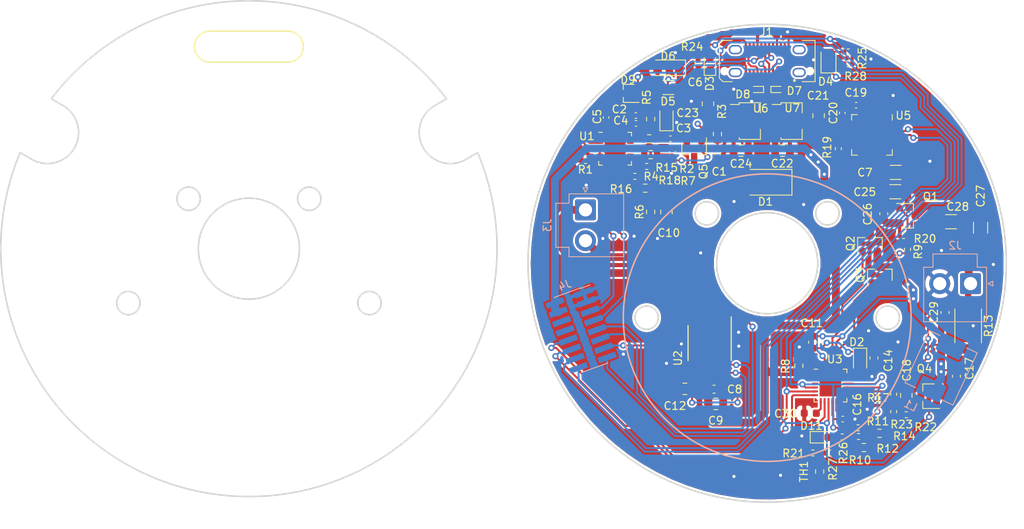
<source format=kicad_pcb>
(kicad_pcb (version 20171130) (host pcbnew "(5.1.9)-1")
  (layers (0 F.Cu signal) (31 B.Cu signal) (34 B.Paste user) (35 F.Paste user) (36 B.SilkS user) (37 F.SilkS user) (38 B.Mask user) (39 F.Mask user) (44 Edge.Cuts user))
  (net 0 "")
  (net 1 /Sheet65F09169/VSINK)
  (net 2 "Net-(C1-Pad2)")
  (net 3 /Sheet65F09169/VBUS)
  (net 4 GND)
  (net 5 "Net-(C3-Pad1)")
  (net 6 "Net-(C4-Pad2)")
  (net 7 "Net-(C5-Pad2)")
  (net 8 V_SYSTEM_out)
  (net 9 "Net-(C10-Pad2)")
  (net 10 "Net-(C11-Pad2)")
  (net 11 "Net-(C11-Pad1)")
  (net 12 /Sheet6601D6D0/VINT)
  (net 13 "Net-(C14-Pad2)")
  (net 14 /Sheet65F0AC28/VREF)
  (net 15 "Net-(C17-Pad2)")
  (net 16 "Net-(C18-Pad2)")
  (net 17 /Sheet65F0AC28/BAT+)
  (net 18 /Sheet66043151/3V3_out)
  (net 19 "Net-(C26-Pad1)")
  (net 20 "Net-(C30-Pad2)")
  (net 21 STAT1_out)
  (net 22 "Net-(D3-Pad2)")
  (net 23 STAT2_out)
  (net 24 "Net-(D4-Pad2)")
  (net 25 /Sheet65F09169/USB_D+)
  (net 26 /Sheet65F09169/USB_D-)
  (net 27 /Sheet65F09169/CC1)
  (net 28 /Sheet65F09169/CC2)
  (net 29 "Net-(D11-Pad2)")
  (net 30 "Net-(D11-Pad1)")
  (net 31 "Net-(J1-PadS1)")
  (net 32 "Net-(J1-PadA8)")
  (net 33 "Net-(J1-PadB8)")
  (net 34 /Sheet6601D6D0/MOTOR-)
  (net 35 /Sheet6601D6D0/MOTOR+)
  (net 36 SDA_out)
  (net 37 SCL_out)
  (net 38 MOTOR_A_out)
  (net 39 MOTOR_B_out)
  (net 40 DRV_n_FAULT_out)
  (net 41 DRV_SLEEP_out)
  (net 42 TXD_out)
  (net 43 RXD_out)
  (net 44 "Net-(Q2-Pad1)")
  (net 45 "Net-(Q3-Pad1)")
  (net 46 "Net-(Q4-Pad3)")
  (net 47 "Net-(Q5-Pad1)")
  (net 48 "Net-(R1-Pad1)")
  (net 49 "Net-(R4-Pad1)")
  (net 50 "Net-(R7-Pad1)")
  (net 51 "Net-(R8-Pad2)")
  (net 52 "Net-(R9-Pad1)")
  (net 53 "Net-(R10-Pad2)")
  (net 54 "Net-(R12-Pad2)")
  (net 55 "Net-(R16-Pad1)")
  (net 56 "Net-(R18-Pad1)")
  (net 57 "Net-(R19-Pad1)")
  (net 58 "Net-(R21-Pad1)")
  (net 59 "Net-(U1-Pad3)")
  (net 60 "Net-(U1-Pad11)")
  (net 61 "Net-(U1-Pad14)")
  (net 62 "Net-(U1-Pad15)")
  (net 63 "Net-(U1-Pad17)")
  (net 64 "Net-(U1-Pad19)")
  (net 65 "Net-(U1-Pad20)")
  (net 66 "Net-(U2-Pad5)")
  (net 67 "Net-(U2-Pad7)")
  (net 68 "Net-(U2-Pad9)")
  (net 69 "Net-(U2-Pad10)")
  (net 70 "Net-(U3-Pad3)")
  (net 71 "Net-(U5-Pad1)")
  (net 72 "Net-(U5-Pad2)")
  (net 73 "Net-(U5-Pad10)")
  (net 74 "Net-(U5-Pad11)")
  (net 75 "Net-(U5-Pad12)")
  (net 76 "Net-(U5-Pad13)")
  (net 77 "Net-(U5-Pad14)")
  (net 78 "Net-(U5-Pad15)")
  (net 79 "Net-(U5-Pad16)")
  (net 80 "Net-(U5-Pad17)")
  (net 81 "Net-(U5-Pad18)")
  (net 82 "Net-(U5-Pad19)")
  (net 83 "Net-(U5-Pad20)")
  (net 84 "Net-(U5-Pad21)")
  (net 85 "Net-(U5-Pad22)")
  (net 86 "Net-(U5-Pad23)")
  (net 87 "Net-(U5-Pad24)")
  (net 88 "Net-(U5-Pad27)")
  (net 89 "Net-(U5-Pad28)")
  (net 90 "Net-(R15-Pad1)")
  (net 91 "Net-(J4-Pad6)")
  (net 92 "Net-(J4-Pad8)")
  (module Capacitor_SMD:C_0805_2012Metric (layer F.Cu) (at 199.1258 105.2322)
    (fp_text reference C9 (at -0.0025 2.1463) (layer F.SilkS))
    (fp_text value 10u)
    (pad 1 smd roundrect (at -0.95 0) (size 1 1.45) (layers F.Cu F.Paste F.Mask) (net 8 V_SYSTEM_out))
    (pad 2 smd roundrect (at 0.95 0) (size 1 1.45) (layers F.Cu F.Paste F.Mask) (net 4 GND))
  )
  (module Connector_JST2:JST_VH_B2P-VH-B_1x02_P3.96mm_Vertical (layer B.Cu) (at 182.372 80.264 270)
    (fp_text reference J3 (at 1.98 4.9 90) (layer B.SilkS) (effects (justify mirror)))
    (fp_text value Conn_01x02_Male)
    (pad 2 thru_hole circle (at 3.96 0 270) (size 2.7 2.7) (drill 1.7) (layers *.Cu *.Mask) (net 35 /Sheet6601D6D0/MOTOR+))
    (pad 1 thru_hole roundrect (at 0 0 270) (size 2.7 2.7) (drill 1.7) (layers *.Cu *.Mask) (roundrect_rratio 0.09259299999999999) (net 34 /Sheet6601D6D0/MOTOR-))
  )
  (module Package_SO:TSSOP-16-1EP_4.4x5mm_P0.65mm (layer F.Cu) (at 198.2851 97.3963 270)
    (fp_text reference U2 (at 1.9558 4.0259 270) (layer F.SilkS))
    (fp_text value DRV8848)
    (pad 1 smd rect (at -2.775 -2.275 270) (size 1.05 0.45) (layers F.Cu F.Paste F.Mask) (net 41 DRV_SLEEP_out))
    (pad 2 smd rect (at -2.775 -1.625 270) (size 1.05 0.45) (layers F.Cu F.Paste F.Mask) (net 35 /Sheet6601D6D0/MOTOR+))
    (pad 3 smd rect (at -2.775 -0.975 270) (size 1.05 0.45) (layers F.Cu F.Paste F.Mask) (net 4 GND))
    (pad 4 smd rect (at -2.775 -0.325 270) (size 1.05 0.45) (layers F.Cu F.Paste F.Mask) (net 34 /Sheet6601D6D0/MOTOR-))
    (pad 5 smd rect (at -2.775 0.325 270) (size 1.05 0.45) (layers F.Cu F.Paste F.Mask) (net 66 "Net-(U2-Pad5)"))
    (pad 6 smd rect (at -2.775 0.975 270) (size 1.05 0.45) (layers F.Cu F.Paste F.Mask) (net 4 GND))
    (pad 7 smd rect (at -2.775 1.625 270) (size 1.05 0.45) (layers F.Cu F.Paste F.Mask) (net 67 "Net-(U2-Pad7)"))
    (pad 8 smd rect (at -2.775 2.275 270) (size 1.05 0.45) (layers F.Cu F.Paste F.Mask) (net 40 DRV_n_FAULT_out))
    (pad 9 smd rect (at 2.775 2.275 270) (size 1.05 0.45) (layers F.Cu F.Paste F.Mask) (net 68 "Net-(U2-Pad9)"))
    (pad 10 smd rect (at 2.775 1.625 270) (size 1.05 0.45) (layers F.Cu F.Paste F.Mask) (net 69 "Net-(U2-Pad10)"))
    (pad 11 smd rect (at 2.775 0.975 270) (size 1.05 0.45) (layers F.Cu F.Paste F.Mask) (net 12 /Sheet6601D6D0/VINT))
    (pad 12 smd rect (at 2.775 0.325 270) (size 1.05 0.45) (layers F.Cu F.Paste F.Mask) (net 8 V_SYSTEM_out))
    (pad 13 smd rect (at 2.775 -0.325 270) (size 1.05 0.45) (layers F.Cu F.Paste F.Mask) (net 4 GND))
    (pad 14 smd rect (at 2.775 -0.975 270) (size 1.05 0.45) (layers F.Cu F.Paste F.Mask) (net 12 /Sheet6601D6D0/VINT))
    (pad 15 smd rect (at 2.775 -1.625 270) (size 1.05 0.45) (layers F.Cu F.Paste F.Mask) (net 39 MOTOR_B_out))
    (pad 16 smd rect (at 2.775 -2.275 270) (size 1.05 0.45) (layers F.Cu F.Paste F.Mask) (net 38 MOTOR_A_out))
    (pad 17 smd rect (at 0.735 1.3425 270) (size 1.47 0.895) (layers F.Cu F.Paste F.Mask) (net 4 GND))
    (pad 17 smd rect (at 0.735 0.4475 270) (size 1.47 0.895) (layers F.Cu F.Paste F.Mask) (net 4 GND))
    (pad 17 smd rect (at 0.735 -0.4475 270) (size 1.47 0.895) (layers F.Cu F.Paste F.Mask) (net 4 GND))
    (pad 17 smd rect (at 0.735 -1.3425 270) (size 1.47 0.895) (layers F.Cu F.Paste F.Mask) (net 4 GND))
    (pad 17 smd rect (at -0.735 1.3425 270) (size 1.47 0.895) (layers F.Cu F.Paste F.Mask) (net 4 GND))
    (pad 17 smd rect (at -0.735 0.4475 270) (size 1.47 0.895) (layers F.Cu F.Paste F.Mask) (net 4 GND))
    (pad 17 smd rect (at -0.735 -0.4475 270) (size 1.47 0.895) (layers F.Cu F.Paste F.Mask) (net 4 GND))
    (pad 17 smd rect (at -0.735 -1.3425 270) (size 1.47 0.895) (layers F.Cu F.Paste F.Mask) (net 4 GND))
  )
  (module Capacitor_SMD:C_0402_1005Metric (layer F.Cu) (at 215.392 67.79 90)
    (fp_text reference C20 (at 0 -1.16 90) (layer F.SilkS))
    (fp_text value 4u7)
    (pad 2 smd roundrect (at 0.48 0 90) (size 0.56 0.62) (layers F.Cu F.Paste F.Mask) (net 4 GND))
    (pad 1 smd roundrect (at -0.48 0 90) (size 0.56 0.62) (layers F.Cu F.Paste F.Mask) (net 18 /Sheet66043151/3V3_out))
  )
  (module Package_TO_SOT_SMD:SOT-23 (layer F.Cu) (at 218.948 84.582 90)
    (fp_text reference Q2 (at 0 -2.5 90) (layer F.SilkS))
    (fp_text value AP3404S)
    (pad 3 smd rect (at 1 0 90) (size 0.9 0.8) (layers F.Cu F.Paste F.Mask) (net 8 V_SYSTEM_out))
    (pad 2 smd rect (at -1 0.95 90) (size 0.9 0.8) (layers F.Cu F.Paste F.Mask) (net 11 "Net-(C11-Pad1)"))
    (pad 1 smd rect (at -1 -0.95 90) (size 0.9 0.8) (layers F.Cu F.Paste F.Mask) (net 44 "Net-(Q2-Pad1)"))
  )
  (module Connector_USB:USB_C_Receptacle_JAE_DX07S024WJ3R400 (layer F.Cu) (at 205.74 61.1124 180)
    (fp_text reference J1 (at 0.1016 3.7465) (layer F.SilkS))
    (fp_text value USB_C_Receptacle_USB2.0)
    (pad S1 thru_hole oval (at -4.1 -1.47 270) (size 1.2 1.7) (drill oval 0.8 1.3) (layers *.Cu *.Mask) (net 31 "Net-(J1-PadS1)"))
    (pad A1 smd rect (at -2.75 -1.75 180) (size 0.27 1.3) (layers F.Cu F.Paste F.Mask) (net 4 GND))
    (pad A2 smd rect (at -2.25 -1.75 180) (size 0.27 1.3) (layers F.Cu F.Paste F.Mask))
    (pad A3 smd rect (at -1.75 -1.75 180) (size 0.27 1.3) (layers F.Cu F.Paste F.Mask))
    (pad A4 smd rect (at -1.25 -1.75 180) (size 0.27 1.3) (layers F.Cu F.Paste F.Mask) (net 3 /Sheet65F09169/VBUS))
    (pad A5 smd rect (at -0.75 -1.75 180) (size 0.27 1.3) (layers F.Cu F.Paste F.Mask) (net 27 /Sheet65F09169/CC1))
    (pad A6 smd rect (at -0.25 -1.75 180) (size 0.27 1.3) (layers F.Cu F.Paste F.Mask) (net 25 /Sheet65F09169/USB_D+))
    (pad A7 smd rect (at 0.25 -1.75 180) (size 0.27 1.3) (layers F.Cu F.Paste F.Mask) (net 26 /Sheet65F09169/USB_D-))
    (pad A12 smd rect (at 2.75 -1.75 180) (size 0.27 1.3) (layers F.Cu F.Paste F.Mask) (net 4 GND))
    (pad A10 smd rect (at 1.75 -1.75 180) (size 0.27 1.3) (layers F.Cu F.Paste F.Mask))
    (pad A9 smd rect (at 1.25 -1.75 180) (size 0.27 1.3) (layers F.Cu F.Paste F.Mask) (net 3 /Sheet65F09169/VBUS))
    (pad A8 smd rect (at 0.75 -1.75 180) (size 0.27 1.3) (layers F.Cu F.Paste F.Mask) (net 32 "Net-(J1-PadA8)"))
    (pad A11 smd rect (at 2.25 -1.75 180) (size 0.27 1.3) (layers F.Cu F.Paste F.Mask))
    (pad B1 smd rect (at 2.75 1.75 180) (size 0.27 1.3) (layers F.Cu F.Paste F.Mask) (net 4 GND))
    (pad "" np_thru_hole circle (at -5.5 -1.3 180) (size 0.6 0.6) (drill 0.6) (layers *.Cu *.Mask))
    (pad B2 smd rect (at 2.25 1.75 180) (size 0.27 1.3) (layers F.Cu F.Paste F.Mask))
    (pad B3 smd rect (at 1.75 1.75 180) (size 0.27 1.3) (layers F.Cu F.Paste F.Mask))
    (pad B4 smd rect (at 1.25 1.75 180) (size 0.27 1.3) (layers F.Cu F.Paste F.Mask) (net 3 /Sheet65F09169/VBUS))
    (pad B5 smd rect (at 0.75 1.75 180) (size 0.27 1.3) (layers F.Cu F.Paste F.Mask) (net 28 /Sheet65F09169/CC2))
    (pad B6 smd rect (at 0.25 1.75 180) (size 0.27 1.3) (layers F.Cu F.Paste F.Mask) (net 25 /Sheet65F09169/USB_D+))
    (pad B7 smd rect (at -0.25 1.75 180) (size 0.27 1.3) (layers F.Cu F.Paste F.Mask) (net 26 /Sheet65F09169/USB_D-))
    (pad B8 smd rect (at -0.75 1.75 180) (size 0.27 1.3) (layers F.Cu F.Paste F.Mask) (net 33 "Net-(J1-PadB8)"))
    (pad B9 smd rect (at -1.25 1.75 180) (size 0.27 1.3) (layers F.Cu F.Paste F.Mask) (net 3 /Sheet65F09169/VBUS))
    (pad B10 smd rect (at -1.75 1.75 180) (size 0.27 1.3) (layers F.Cu F.Paste F.Mask))
    (pad B11 smd rect (at -2.25 1.75 180) (size 0.27 1.3) (layers F.Cu F.Paste F.Mask))
    (pad B12 smd rect (at -2.75 1.75 180) (size 0.27 1.3) (layers F.Cu F.Paste F.Mask) (net 4 GND))
    (pad S1 thru_hole oval (at -4.1 1.47 270) (size 1.2 1.7) (drill oval 0.8 1.3) (layers *.Cu *.Mask) (net 31 "Net-(J1-PadS1)"))
    (pad S1 thru_hole oval (at 4.1 -1.47 270) (size 1.2 1.7) (drill oval 0.8 1.3) (layers *.Cu *.Mask) (net 31 "Net-(J1-PadS1)"))
    (pad S1 thru_hole oval (at 4.1 1.47 270) (size 1.2 1.7) (drill oval 0.8 1.3) (layers *.Cu *.Mask) (net 31 "Net-(J1-PadS1)"))
    (pad "" np_thru_hole circle (at 5.5 -1.3 180) (size 0.6 0.6) (drill 0.6) (layers *.Cu *.Mask))
  )
  (module Capacitor_SMD:C_0402_1005Metric (layer F.Cu) (at 199.3392 73.0504 90)
    (fp_text reference C1 (at -2.286 0.2286 180) (layer F.SilkS))
    (fp_text value 0u1)
    (pad 1 smd roundrect (at -0.48 0 90) (size 0.56 0.62) (layers F.Cu F.Paste F.Mask) (net 1 /Sheet65F09169/VSINK))
    (pad 2 smd roundrect (at 0.48 0 90) (size 0.56 0.62) (layers F.Cu F.Paste F.Mask) (net 2 "Net-(C1-Pad2)"))
  )
  (module Capacitor_SMD:C_0402_1005Metric (layer F.Cu) (at 188.8464 68.1228 180)
    (fp_text reference C2 (at 2.1183 0.8001 180) (layer F.SilkS))
    (fp_text value 1u)
    (pad 2 smd roundrect (at 0.48 0 180) (size 0.56 0.62) (layers F.Cu F.Paste F.Mask) (net 3 /Sheet65F09169/VBUS))
    (pad 1 smd roundrect (at -0.48 0 180) (size 0.56 0.62) (layers F.Cu F.Paste F.Mask) (net 4 GND))
  )
  (module Capacitor_SMD:C_0402_1005Metric (layer F.Cu) (at 193.294 71.12)
    (fp_text reference C3 (at 1.7018 -1.3589) (layer F.SilkS))
    (fp_text value 1u)
    (pad 1 smd roundrect (at -0.48 0) (size 0.56 0.62) (layers F.Cu F.Paste F.Mask) (net 5 "Net-(C3-Pad1)"))
    (pad 2 smd roundrect (at 0.48 0) (size 0.56 0.62) (layers F.Cu F.Paste F.Mask) (net 4 GND))
  )
  (module Capacitor_SMD:C_0402_1005Metric (layer F.Cu) (at 188.8744 69.1388 180)
    (fp_text reference C4 (at 1.9558 0.3683) (layer F.SilkS))
    (fp_text value 1u)
    (pad 1 smd roundrect (at -0.48 0 180) (size 0.56 0.62) (layers F.Cu F.Paste F.Mask) (net 4 GND))
    (pad 2 smd roundrect (at 0.48 0 180) (size 0.56 0.62) (layers F.Cu F.Paste F.Mask) (net 6 "Net-(C4-Pad2)"))
  )
  (module Capacitor_SMD:C_0402_1005Metric (layer F.Cu) (at 185.0136 68.3768 270)
    (fp_text reference C5 (at -0.1143 1.1303 270) (layer F.SilkS))
    (fp_text value 1u)
    (pad 2 smd roundrect (at 0.48 0 270) (size 0.56 0.62) (layers F.Cu F.Paste F.Mask) (net 7 "Net-(C5-Pad2)"))
    (pad 1 smd roundrect (at -0.48 0 270) (size 0.56 0.62) (layers F.Cu F.Paste F.Mask) (net 4 GND))
  )
  (module Capacitor_SMD:C_1206_3216Metric (layer F.Cu) (at 193.04 64.516 180)
    (fp_text reference C6 (at -3.429 0.6858) (layer F.SilkS))
    (fp_text value 4u7)
    (pad 2 smd roundrect (at 1.475 0 180) (size 1.15 1.8) (layers F.Cu F.Paste F.Mask) (roundrect_rratio 0.217391) (net 4 GND))
    (pad 1 smd roundrect (at -1.475 0 180) (size 1.15 1.8) (layers F.Cu F.Paste F.Mask) (roundrect_rratio 0.217391) (net 3 /Sheet65F09169/VBUS))
  )
  (module Capacitor_SMD:C_1206_3216Metric (layer F.Cu) (at 222.2518 75.438 180)
    (fp_text reference C7 (at 3.9515 -0.0127 180) (layer F.SilkS))
    (fp_text value 10u)
    (pad 1 smd roundrect (at -1.475 0 180) (size 1.15 1.8) (layers F.Cu F.Paste F.Mask) (roundrect_rratio 0.217391) (net 4 GND))
    (pad 2 smd roundrect (at 1.475 0 180) (size 1.15 1.8) (layers F.Cu F.Paste F.Mask) (roundrect_rratio 0.217391) (net 8 V_SYSTEM_out))
  )
  (module Capacitor_SMD:C_0603_1608Metric (layer F.Cu) (at 198.9074 103.3399)
    (fp_text reference C8 (at 2.6416 0.0127) (layer F.SilkS))
    (fp_text value 100n)
    (pad 1 smd roundrect (at -0.775 0) (size 0.9 0.95) (layers F.Cu F.Paste F.Mask) (net 8 V_SYSTEM_out))
    (pad 2 smd roundrect (at 0.775 0) (size 0.9 0.95) (layers F.Cu F.Paste F.Mask) (net 4 GND))
  )
  (module Capacitor_SMD:C_0805_2012Metric (layer F.Cu) (at 192.786 80.518 270)
    (fp_text reference C10 (at 2.7051 -0.2921 180) (layer F.SilkS))
    (fp_text value 2u2)
    (pad 1 smd roundrect (at -0.95 0 270) (size 1 1.45) (layers F.Cu F.Paste F.Mask) (net 4 GND))
    (pad 2 smd roundrect (at 0.95 0 270) (size 1 1.45) (layers F.Cu F.Paste F.Mask) (net 9 "Net-(C10-Pad2)"))
  )
  (module Capacitor_SMD:C_0603_1608Metric (layer F.Cu) (at 211.582 97.295 270)
    (fp_text reference C11 (at -2.4514 0.1016) (layer F.SilkS))
    (fp_text value 0u1)
    (pad 2 smd roundrect (at 0.775 0 270) (size 0.9 0.95) (layers F.Cu F.Paste F.Mask) (net 10 "Net-(C11-Pad2)"))
    (pad 1 smd roundrect (at -0.775 0 270) (size 0.9 0.95) (layers F.Cu F.Paste F.Mask) (net 11 "Net-(C11-Pad1)"))
  )
  (module Capacitor_SMD:C_0805_2012Metric (layer F.Cu) (at 195.1507 103.2891)
    (fp_text reference C12 (at -1.2725 2.1971) (layer F.SilkS))
    (fp_text value 2u2)
    (pad 2 smd roundrect (at 0.95 0) (size 1 1.45) (layers F.Cu F.Paste F.Mask) (net 12 /Sheet6601D6D0/VINT))
    (pad 1 smd roundrect (at -0.95 0) (size 1 1.45) (layers F.Cu F.Paste F.Mask) (net 4 GND))
  )
  (module Capacitor_SMD:C_0603_1608Metric (layer F.Cu) (at 219.456 99.314 90)
    (fp_text reference C14 (at -0.3429 1.8415 90) (layer F.SilkS))
    (fp_text value 1u)
    (pad 2 smd roundrect (at 0.775 0 90) (size 0.9 0.95) (layers F.Cu F.Paste F.Mask) (net 13 "Net-(C14-Pad2)"))
    (pad 1 smd roundrect (at -0.775 0 90) (size 0.9 0.95) (layers F.Cu F.Paste F.Mask) (net 4 GND))
  )
  (module Capacitor_SMD:C_0402_1005Metric (layer F.Cu) (at 215.4428 107.188)
    (fp_text reference C16 (at 1.8669 -1.8923 90) (layer F.SilkS))
    (fp_text value 1u)
    (pad 2 smd roundrect (at 0.48 0) (size 0.56 0.62) (layers F.Cu F.Paste F.Mask) (net 4 GND))
    (pad 1 smd roundrect (at -0.48 0) (size 0.56 0.62) (layers F.Cu F.Paste F.Mask) (net 14 /Sheet65F0AC28/VREF))
  )
  (module Capacitor_SMD:C_0603_1608Metric (layer F.Cu) (at 230.0605 101.6635 90)
    (fp_text reference C17 (at 0.9906 1.6764 90) (layer F.SilkS))
    (fp_text value 0u1)
    (pad 1 smd roundrect (at -0.775 0 90) (size 0.9 0.95) (layers F.Cu F.Paste F.Mask) (net 4 GND))
    (pad 2 smd roundrect (at 0.775 0 90) (size 0.9 0.95) (layers F.Cu F.Paste F.Mask) (net 15 "Net-(C17-Pad2)"))
  )
  (module Capacitor_SMD:C_0805_2012Metric (layer F.Cu) (at 223.6216 104.14 270)
    (fp_text reference C18 (at -3.2385 -0.0635 270) (layer F.SilkS))
    (fp_text value 22p)
    (pad 2 smd roundrect (at 0.95 0 270) (size 1 1.45) (layers F.Cu F.Paste F.Mask) (net 16 "Net-(C18-Pad2)"))
    (pad 1 smd roundrect (at -0.95 0 270) (size 1 1.45) (layers F.Cu F.Paste F.Mask) (net 17 /Sheet65F0AC28/BAT+))
  )
  (module Capacitor_SMD:C_0402_1005Metric (layer F.Cu) (at 217.17 66.802 180)
    (fp_text reference C19 (at 0.0381 1.6256) (layer F.SilkS))
    (fp_text value 0u1)
    (pad 1 smd roundrect (at -0.48 0 180) (size 0.56 0.62) (layers F.Cu F.Paste F.Mask) (net 18 /Sheet66043151/3V3_out))
    (pad 2 smd roundrect (at 0.48 0 180) (size 0.56 0.62) (layers F.Cu F.Paste F.Mask) (net 4 GND))
  )
  (module Capacitor_SMD:C_0805_2012Metric (layer F.Cu) (at 212.344 68.138 90)
    (fp_text reference C21 (at 2.5806 -0.0508 180) (layer F.SilkS))
    (fp_text value 10u)
    (pad 2 smd roundrect (at 0.95 0 90) (size 1 1.45) (layers F.Cu F.Paste F.Mask) (net 4 GND))
    (pad 1 smd roundrect (at -0.95 0 90) (size 1 1.45) (layers F.Cu F.Paste F.Mask) (net 3 /Sheet65F09169/VBUS))
  )
  (module Capacitor_SMD:C_0805_2012Metric (layer F.Cu) (at 207.706 72.644)
    (fp_text reference C22 (at -0.0483 1.651 180) (layer F.SilkS))
    (fp_text value 10u)
    (pad 1 smd roundrect (at -0.95 0) (size 1 1.45) (layers F.Cu F.Paste F.Mask) (net 18 /Sheet66043151/3V3_out))
    (pad 2 smd roundrect (at 0.95 0) (size 1 1.45) (layers F.Cu F.Paste F.Mask) (net 4 GND))
  )
  (module Capacitor_SMD:C_0805_2012Metric (layer F.Cu) (at 198.12 66.614 90)
    (fp_text reference C23 (at -1.1786 -2.6035 180) (layer F.SilkS))
    (fp_text value 10u)
    (pad 2 smd roundrect (at 0.95 0 90) (size 1 1.45) (layers F.Cu F.Paste F.Mask) (net 4 GND))
    (pad 1 smd roundrect (at -0.95 0 90) (size 1 1.45) (layers F.Cu F.Paste F.Mask) (net 3 /Sheet65F09169/VBUS))
  )
  (module Capacitor_SMD:C_0805_2012Metric (layer F.Cu) (at 202.372 72.644 180)
    (fp_text reference C24 (at 0 -1.68) (layer F.SilkS))
    (fp_text value 10u)
    (pad 1 smd roundrect (at -0.95 0 180) (size 1 1.45) (layers F.Cu F.Paste F.Mask) (net 18 /Sheet66043151/3V3_out))
    (pad 2 smd roundrect (at 0.95 0 180) (size 1 1.45) (layers F.Cu F.Paste F.Mask) (net 4 GND))
  )
  (module Capacitor_SMD:C_1206_3216Metric (layer F.Cu) (at 222.1992 77.9272 180)
    (fp_text reference C25 (at 3.9243 -0.0381 180) (layer F.SilkS))
    (fp_text value 10u)
    (pad 1 smd roundrect (at -1.475 0 180) (size 1.15 1.8) (layers F.Cu F.Paste F.Mask) (roundrect_rratio 0.217391) (net 4 GND))
    (pad 2 smd roundrect (at 1.475 0 180) (size 1.15 1.8) (layers F.Cu F.Paste F.Mask) (roundrect_rratio 0.217391) (net 8 V_SYSTEM_out))
  )
  (module Capacitor_SMD:C_0603_1608Metric (layer F.Cu) (at 220.726 80.759 270)
    (fp_text reference C26 (at 0.0511 2.0701 90) (layer F.SilkS))
    (fp_text value 0u1)
    (pad 1 smd roundrect (at -0.775 0 270) (size 0.9 0.95) (layers F.Cu F.Paste F.Mask) (net 19 "Net-(C26-Pad1)"))
    (pad 2 smd roundrect (at 0.775 0 270) (size 0.9 0.95) (layers F.Cu F.Paste F.Mask) (net 8 V_SYSTEM_out))
  )
  (module Capacitor_SMD:C_1206_3216Metric (layer F.Cu) (at 233.172 82.55 270)
    (fp_text reference C27 (at -4.064 0 270) (layer F.SilkS))
    (fp_text value 10u)
    (pad 2 smd roundrect (at 1.475 0 270) (size 1.15 1.8) (layers F.Cu F.Paste F.Mask) (roundrect_rratio 0.217391) (net 17 /Sheet65F0AC28/BAT+))
    (pad 1 smd roundrect (at -1.475 0 270) (size 1.15 1.8) (layers F.Cu F.Paste F.Mask) (roundrect_rratio 0.217391) (net 4 GND))
  )
  (module Capacitor_SMD:C_1206_3216Metric (layer F.Cu) (at 229.362 81.788)
    (fp_text reference C28 (at 0.8763 -1.9304 180) (layer F.SilkS))
    (fp_text value 10u)
    (pad 1 smd roundrect (at -1.475 0) (size 1.15 1.8) (layers F.Cu F.Paste F.Mask) (roundrect_rratio 0.217391) (net 4 GND))
    (pad 2 smd roundrect (at 1.475 0) (size 1.15 1.8) (layers F.Cu F.Paste F.Mask) (roundrect_rratio 0.217391) (net 17 /Sheet65F0AC28/BAT+))
  )
  (module Capacitor_SMD:C_0603_1608Metric (layer F.Cu) (at 228.6 93.472 90)
    (fp_text reference C29 (at 0 -1.43 90) (layer F.SilkS))
    (fp_text value 0u1)
    (pad 1 smd roundrect (at -0.775 0 90) (size 0.9 0.95) (layers F.Cu F.Paste F.Mask) (net 15 "Net-(C17-Pad2)"))
    (pad 2 smd roundrect (at 0.775 0 90) (size 0.9 0.95) (layers F.Cu F.Paste F.Mask) (net 17 /Sheet65F0AC28/BAT+))
  )
  (module Capacitor_SMD:C_0603_1608Metric (layer F.Cu) (at 211.2772 106.426)
    (fp_text reference C30 (at -3.2004 0.0635) (layer F.SilkS))
    (fp_text value 0u1)
    (pad 2 smd roundrect (at 0.775 0) (size 0.9 0.95) (layers F.Cu F.Paste F.Mask) (net 20 "Net-(C30-Pad2)"))
    (pad 1 smd roundrect (at -0.775 0) (size 0.9 0.95) (layers F.Cu F.Paste F.Mask) (net 4 GND))
  )
  (module Diode_SMD:D_SMA (layer F.Cu) (at 205.518 76.708 180)
    (fp_text reference D1 (at 0 -2.5) (layer F.SilkS))
    (fp_text value SS34)
    (pad 2 smd rect (at 2 0 180) (size 2.5 1.8) (layers F.Cu F.Paste F.Mask) (net 1 /Sheet65F09169/VSINK))
    (pad 1 smd rect (at -2 0 180) (size 2.5 1.8) (layers F.Cu F.Paste F.Mask) (net 8 V_SYSTEM_out))
  )
  (module Diode_SMD:D_SOD-323 (layer F.Cu) (at 217.678 99.568 270)
    (fp_text reference D2 (at -2.2987 0.4318 180) (layer F.SilkS))
    (fp_text value 1N5819WS)
    (pad 1 smd rect (at -1.05 0 270) (size 0.6 0.45) (layers F.Cu F.Paste F.Mask) (net 10 "Net-(C11-Pad2)"))
    (pad 2 smd rect (at 1.05 0 270) (size 0.6 0.45) (layers F.Cu F.Paste F.Mask) (net 13 "Net-(C14-Pad2)"))
  )
  (module Diode_SMD:D_0603_1608Metric (layer F.Cu) (at 198.374 61.468 90)
    (fp_text reference D3 (at -2.54 -0.0254 270) (layer F.SilkS))
    (fp_text value KT-0603R)
    (pad 1 smd roundrect (at -0.7875 0 90) (size 0.875 0.95) (layers F.Cu F.Paste F.Mask) (net 21 STAT1_out))
    (pad 2 smd roundrect (at 0.7875 0 90) (size 0.875 0.95) (layers F.Cu F.Paste F.Mask) (net 22 "Net-(D3-Pad2)"))
  )
  (module Diode_SMD:D_0805_2012Metric (layer F.Cu) (at 213.614 60.96 90)
    (fp_text reference D4 (at -2.794 -0.3683) (layer F.SilkS))
    (fp_text value KT-0805G)
    (pad 1 smd roundrect (at -0.9375 0 90) (size 0.975 1.4) (layers F.Cu F.Paste F.Mask) (net 23 STAT2_out))
    (pad 2 smd roundrect (at 0.9375 0 90) (size 0.975 1.4) (layers F.Cu F.Paste F.Mask) (net 24 "Net-(D4-Pad2)"))
  )
  (module Diode_SMD:D_SOD-323 (layer F.Cu) (at 192.786 68.58 90)
    (fp_text reference D5 (at 2.2733 0.1905) (layer F.SilkS))
    (fp_text value 1N5819WS)
    (pad 2 smd rect (at 1.05 0 90) (size 0.6 0.45) (layers F.Cu F.Paste F.Mask) (net 3 /Sheet65F09169/VBUS))
    (pad 1 smd rect (at -1.05 0 90) (size 0.6 0.45) (layers F.Cu F.Paste F.Mask) (net 5 "Net-(C3-Pad1)"))
  )
  (module Diode_SMD:D_SOD-923 (layer F.Cu) (at 207.01 64.77)
    (fp_text reference D7 (at 2.2098 0.1778) (layer F.SilkS))
    (fp_text value ESD9B3.3ST5G)
    (pad 2 smd rect (at 0.42 0 180) (size 0.36 0.25) (layers F.Cu F.Paste F.Mask) (net 4 GND))
    (pad 1 smd rect (at -0.42 0 180) (size 0.36 0.25) (layers F.Cu F.Paste F.Mask) (net 25 /Sheet65F09169/USB_D+))
  )
  (module Diode_SMD:D_SOD-923 (layer F.Cu) (at 204.47 64.77 180)
    (fp_text reference D8 (at 1.8669 -0.6223) (layer F.SilkS))
    (fp_text value ESD9B3.3ST5G)
    (pad 1 smd rect (at -0.42 0) (size 0.36 0.25) (layers F.Cu F.Paste F.Mask) (net 26 /Sheet65F09169/USB_D-))
    (pad 2 smd rect (at 0.42 0) (size 0.36 0.25) (layers F.Cu F.Paste F.Mask) (net 4 GND))
  )
  (module Package_TO_SOT_SMD:SOT-323_SC-70 (layer F.Cu) (at 187.96 65.278 180)
    (fp_text reference D9 (at 0.127 1.7653 180) (layer F.SilkS))
    (fp_text value ESDA25W)
    (pad 1 smd rect (at -1 -0.65 90) (size 0.45 0.7) (layers F.Cu F.Paste F.Mask) (net 27 /Sheet65F09169/CC1))
    (pad 2 smd rect (at -1 0.65 90) (size 0.45 0.7) (layers F.Cu F.Paste F.Mask) (net 28 /Sheet65F09169/CC2))
    (pad 3 smd rect (at 1 0 90) (size 0.45 0.7) (layers F.Cu F.Paste F.Mask) (net 4 GND))
  )
  (module Diode_SMD:D_0603_1608Metric (layer F.Cu) (at 212.7504 109.5248)
    (fp_text reference D11 (at -1.3335 -1.4732 180) (layer F.SilkS))
    (fp_text value KT-0603R)
    (pad 2 smd roundrect (at 0.7875 0) (size 0.875 0.95) (layers F.Cu F.Paste F.Mask) (net 29 "Net-(D11-Pad2)"))
    (pad 1 smd roundrect (at -0.7875 0) (size 0.875 0.95) (layers F.Cu F.Paste F.Mask) (net 30 "Net-(D11-Pad1)"))
  )
  (module Connector_JST2:JST_VH_B2P-VH-B_1x02_P3.96mm_Vertical (layer B.Cu) (at 231.8766 89.7509 180)
    (fp_text reference J2 (at 1.98 4.9) (layer B.SilkS) (effects (justify mirror)))
    (fp_text value Conn_01x02_Male)
    (pad 2 thru_hole circle (at 3.96 0 180) (size 2.7 2.7) (drill 1.7) (layers *.Cu *.Mask) (net 4 GND))
    (pad 1 thru_hole roundrect (at 0 0 180) (size 2.7 2.7) (drill 1.7) (layers *.Cu *.Mask) (roundrect_rratio 0.09259299999999999) (net 17 /Sheet65F0AC28/BAT+))
  )
  (module Inductor_SMD:L_Abracon_ASPI-0630LR (layer B.Cu) (at 228.092 100.584 245)
    (fp_text reference L1 (at 6.038465 1.500191 335) (layer B.SilkS) (effects (justify mirror)))
    (fp_text value 6u8)
    (pad 2 smd roundrect (at 3.025 0 245) (size 2.35 3.4) (layers B.Cu B.Paste B.Mask) (roundrect_rratio 0.1) (net 15 "Net-(C17-Pad2)"))
    (pad 1 smd roundrect (at -3.025 0 245) (size 2.35 3.4) (layers B.Cu B.Paste B.Mask) (roundrect_rratio 0.1) (net 11 "Net-(C11-Pad1)"))
  )
  (module Package_TO_SOT_SMD:SOT-23 (layer F.Cu) (at 223.774 81.026)
    (fp_text reference Q1 (at 2.9718 -2.4638) (layer F.SilkS))
    (fp_text value AP3407)
    (pad 1 smd rect (at -1 -0.95) (size 0.9 0.8) (layers F.Cu F.Paste F.Mask) (net 19 "Net-(C26-Pad1)"))
    (pad 2 smd rect (at -1 0.95) (size 0.9 0.8) (layers F.Cu F.Paste F.Mask) (net 8 V_SYSTEM_out))
    (pad 3 smd rect (at 1 0) (size 0.9 0.8) (layers F.Cu F.Paste F.Mask) (net 17 /Sheet65F0AC28/BAT+))
  )
  (module Package_TO_SOT_SMD:SOT-23 (layer F.Cu) (at 220.218 88.646 90)
    (fp_text reference Q3 (at 0 -2.5 90) (layer F.SilkS))
    (fp_text value AP3404S)
    (pad 1 smd rect (at -1 -0.95 90) (size 0.9 0.8) (layers F.Cu F.Paste F.Mask) (net 45 "Net-(Q3-Pad1)"))
    (pad 2 smd rect (at -1 0.95 90) (size 0.9 0.8) (layers F.Cu F.Paste F.Mask) (net 4 GND))
    (pad 3 smd rect (at 1 0 90) (size 0.9 0.8) (layers F.Cu F.Paste F.Mask) (net 11 "Net-(C11-Pad1)"))
  )
  (module Package_TO_SOT_SMD:SOT-23 (layer F.Cu) (at 226.5012 104.2416 180)
    (fp_text reference Q4 (at 0.5428 3.5433) (layer F.SilkS))
    (fp_text value AP3404S)
    (pad 1 smd rect (at -1 -0.95 180) (size 0.9 0.8) (layers F.Cu F.Paste F.Mask) (net 23 STAT2_out))
    (pad 2 smd rect (at -1 0.95 180) (size 0.9 0.8) (layers F.Cu F.Paste F.Mask) (net 4 GND))
    (pad 3 smd rect (at 1 0 180) (size 0.9 0.8) (layers F.Cu F.Paste F.Mask) (net 46 "Net-(Q4-Pad3)"))
  )
  (module Package_TO_SOT_SMD:SOT-23 (layer F.Cu) (at 196.342 72.39 270)
    (fp_text reference Q5 (at 2.9464 -1.1938 270) (layer F.SilkS))
    (fp_text value AP3407)
    (pad 3 smd rect (at 1 0 270) (size 0.9 0.8) (layers F.Cu F.Paste F.Mask) (net 1 /Sheet65F09169/VSINK))
    (pad 2 smd rect (at -1 0.95 270) (size 0.9 0.8) (layers F.Cu F.Paste F.Mask) (net 3 /Sheet65F09169/VBUS))
    (pad 1 smd rect (at -1 -0.95 270) (size 0.9 0.8) (layers F.Cu F.Paste F.Mask) (net 47 "Net-(Q5-Pad1)"))
  )
  (module Resistor_SMD:R_0402_1005Metric (layer F.Cu) (at 182.372 73.914 180)
    (fp_text reference R1 (at 0 -1.17) (layer F.SilkS))
    (fp_text value 100K)
    (pad 1 smd roundrect (at -0.51 0 180) (size 0.54 0.64) (layers F.Cu F.Paste F.Mask) (net 48 "Net-(R1-Pad1)"))
    (pad 2 smd roundrect (at 0.51 0 180) (size 0.54 0.64) (layers F.Cu F.Paste F.Mask) (net 4 GND))
  )
  (module Resistor_SMD:R_0402_1005Metric (layer F.Cu) (at 193.548 72.898 90)
    (fp_text reference R2 (at -2.0828 1.8542) (layer F.SilkS))
    (fp_text value 100K)
    (pad 1 smd roundrect (at -0.51 0 90) (size 0.54 0.64) (layers F.Cu F.Paste F.Mask) (net 47 "Net-(Q5-Pad1)"))
    (pad 2 smd roundrect (at 0.51 0 90) (size 0.54 0.64) (layers F.Cu F.Paste F.Mask) (net 3 /Sheet65F09169/VBUS))
  )
  (module Resistor_SMD:R_0603_1608Metric (layer F.Cu) (at 199.3392 70.4982 90)
    (fp_text reference R3 (at 2.8961 0.5842 270) (layer F.SilkS))
    (fp_text value 100R)
    (pad 2 smd roundrect (at 0.825 0 90) (size 0.8 0.95) (layers F.Cu F.Paste F.Mask) (net 47 "Net-(Q5-Pad1)"))
    (pad 1 smd roundrect (at -0.825 0 90) (size 0.8 0.95) (layers F.Cu F.Paste F.Mask) (net 2 "Net-(C1-Pad2)"))
  )
  (module Resistor_SMD:R_0402_1005Metric (layer F.Cu) (at 188.722 75.946)
    (fp_text reference R4 (at 2.0955 0.0254) (layer F.SilkS))
    (fp_text value 100K)
    (pad 2 smd roundrect (at 0.51 0) (size 0.54 0.64) (layers F.Cu F.Paste F.Mask) (net 4 GND))
    (pad 1 smd roundrect (at -0.51 0) (size 0.54 0.64) (layers F.Cu F.Paste F.Mask) (net 49 "Net-(R4-Pad1)"))
  )
  (module Resistor_SMD:R_0603_1608Metric (layer F.Cu) (at 190.754 68.58 90)
    (fp_text reference R5 (at 2.794 -0.508 270) (layer F.SilkS))
    (fp_text value 470R)
    (pad 2 smd roundrect (at 0.825 0 90) (size 0.8 0.95) (layers F.Cu F.Paste F.Mask) (net 3 /Sheet65F09169/VBUS))
    (pad 1 smd roundrect (at -0.825 0 90) (size 0.8 0.95) (layers F.Cu F.Paste F.Mask) (net 5 "Net-(C3-Pad1)"))
  )
  (module Resistor_SMD:R_0603_1608Metric (layer F.Cu) (at 190.754 80.518 90)
    (fp_text reference R6 (at 0 -1.43 90) (layer F.SilkS))
    (fp_text value 2R)
    (pad 1 smd roundrect (at -0.825 0 90) (size 0.8 0.95) (layers F.Cu F.Paste F.Mask) (net 9 "Net-(C10-Pad2)"))
    (pad 2 smd roundrect (at 0.825 0 90) (size 0.8 0.95) (layers F.Cu F.Paste F.Mask) (net 1 /Sheet65F09169/VSINK))
  )
  (module Resistor_SMD:R_0603_1608Metric (layer F.Cu) (at 190.754 73.152)
    (fp_text reference R7 (at 4.8133 3.3909) (layer F.SilkS))
    (fp_text value 22K)
    (pad 1 smd roundrect (at -0.825 0) (size 0.8 0.95) (layers F.Cu F.Paste F.Mask) (net 50 "Net-(R7-Pad1)"))
    (pad 2 smd roundrect (at 0.825 0) (size 0.8 0.95) (layers F.Cu F.Paste F.Mask) (net 47 "Net-(Q5-Pad1)"))
  )
  (module Resistor_SMD:R_0603_1608Metric (layer F.Cu) (at 209.804 100.33 90)
    (fp_text reference R8 (at -0.0508 -1.7018 90) (layer F.SilkS))
    (fp_text value 10R)
    (pad 2 smd roundrect (at 0.825 0 90) (size 0.8 0.95) (layers F.Cu F.Paste F.Mask) (net 51 "Net-(R8-Pad2)"))
    (pad 1 smd roundrect (at -0.825 0 90) (size 0.8 0.95) (layers F.Cu F.Paste F.Mask) (net 8 V_SYSTEM_out))
  )
  (module Resistor_SMD:R_0402_1005Metric (layer F.Cu) (at 223.774 85.344 90)
    (fp_text reference R9 (at -0.3048 1.3716 90) (layer F.SilkS))
    (fp_text value 1K)
    (pad 2 smd roundrect (at 0.51 0 90) (size 0.54 0.64) (layers F.Cu F.Paste F.Mask) (net 19 "Net-(C26-Pad1)"))
    (pad 1 smd roundrect (at -0.51 0 90) (size 0.54 0.64) (layers F.Cu F.Paste F.Mask) (net 52 "Net-(R9-Pad1)"))
  )
  (module Resistor_SMD:R_0402_1005Metric (layer F.Cu) (at 217.4768 109.4232)
    (fp_text reference R10 (at 0.1885 3.048 180) (layer F.SilkS))
    (fp_text value 100K)
    (pad 2 smd roundrect (at 0.51 0) (size 0.54 0.64) (layers F.Cu F.Paste F.Mask) (net 53 "Net-(R10-Pad2)"))
    (pad 1 smd roundrect (at -0.51 0) (size 0.54 0.64) (layers F.Cu F.Paste F.Mask) (net 14 /Sheet65F0AC28/VREF))
  )
  (module Resistor_SMD:R_0402_1005Metric (layer F.Cu) (at 217.424 108.3056 180)
    (fp_text reference R11 (at -2.54 0.8255) (layer F.SilkS))
    (fp_text value 10K)
    (pad 2 smd roundrect (at 0.51 0 180) (size 0.54 0.64) (layers F.Cu F.Paste F.Mask) (net 4 GND))
    (pad 1 smd roundrect (at -0.51 0 180) (size 0.54 0.64) (layers F.Cu F.Paste F.Mask) (net 53 "Net-(R10-Pad2)"))
  )
  (module Resistor_SMD:R_0603_1608Metric (layer F.Cu) (at 218.1738 110.8456)
    (fp_text reference R12 (at 3.0475 0.1397 180) (layer F.SilkS))
    (fp_text value 150K)
    (pad 2 smd roundrect (at 0.825 0) (size 0.8 0.95) (layers F.Cu F.Paste F.Mask) (net 54 "Net-(R12-Pad2)"))
    (pad 1 smd roundrect (at -0.825 0) (size 0.8 0.95) (layers F.Cu F.Paste F.Mask) (net 14 /Sheet65F0AC28/VREF))
  )
  (module Resistor_SMD:R_2512_6332Metric (layer F.Cu) (at 231.5718 95.1958 270)
    (fp_text reference R13 (at 0 -2.62 90) (layer F.SilkS))
    (fp_text value 0R50)
    (pad 1 smd roundrect (at -2.9625 0 270) (size 1.225 3.35) (layers F.Cu F.Paste F.Mask) (roundrect_rratio 0.204082) (net 17 /Sheet65F0AC28/BAT+))
    (pad 2 smd roundrect (at 2.9625 0 270) (size 1.225 3.35) (layers F.Cu F.Paste F.Mask) (roundrect_rratio 0.204082) (net 15 "Net-(C17-Pad2)"))
  )
  (module Resistor_SMD:R_0603_1608Metric (layer F.Cu) (at 220.1794 109.0168)
    (fp_text reference R14 (at 3.1882 0.3683 180) (layer F.SilkS))
    (fp_text value 13K)
    (pad 1 smd roundrect (at -0.825 0) (size 0.8 0.95) (layers F.Cu F.Paste F.Mask) (net 54 "Net-(R12-Pad2)"))
    (pad 2 smd roundrect (at 0.825 0) (size 0.8 0.95) (layers F.Cu F.Paste F.Mask) (net 4 GND))
  )
  (module Resistor_SMD:R_0603_1608Metric (layer F.Cu) (at 190.563 71.12)
    (fp_text reference R15 (at 2.2484 3.7084) (layer F.SilkS))
    (fp_text value 1K)
    (pad 1 smd roundrect (at -0.825 0) (size 0.8 0.95) (layers F.Cu F.Paste F.Mask) (net 90 "Net-(R15-Pad1)"))
    (pad 2 smd roundrect (at 0.825 0) (size 0.8 0.95) (layers F.Cu F.Paste F.Mask) (net 5 "Net-(C3-Pad1)"))
  )
  (module Resistor_SMD:R_0603_1608Metric (layer F.Cu) (at 190.055 77.47)
    (fp_text reference R16 (at -3.111 0.1143) (layer F.SilkS))
    (fp_text value 1K)
    (pad 2 smd roundrect (at 0.825 0) (size 0.8 0.95) (layers F.Cu F.Paste F.Mask) (net 1 /Sheet65F09169/VSINK))
    (pad 1 smd roundrect (at -0.825 0) (size 0.8 0.95) (layers F.Cu F.Paste F.Mask) (net 55 "Net-(R16-Pad1)"))
  )
  (module Resistor_SMD:R_0402_1005Metric (layer F.Cu) (at 221.996 103.9896 90)
    (fp_text reference R17 (at -0.4679 -1.9685) (layer F.SilkS))
    (fp_text value 560K)
    (pad 2 smd roundrect (at 0.51 0 90) (size 0.54 0.64) (layers F.Cu F.Paste F.Mask) (net 17 /Sheet65F0AC28/BAT+))
    (pad 1 smd roundrect (at -0.51 0 90) (size 0.54 0.64) (layers F.Cu F.Paste F.Mask) (net 16 "Net-(C18-Pad2)"))
  )
  (module Resistor_SMD:R_0402_1005Metric (layer F.Cu) (at 190.248 74.676)
    (fp_text reference R18 (at 2.9571 1.7907) (layer F.SilkS))
    (fp_text value 100K)
    (pad 2 smd roundrect (at 0.51 0) (size 0.54 0.64) (layers F.Cu F.Paste F.Mask) (net 4 GND))
    (pad 1 smd roundrect (at -0.51 0) (size 0.54 0.64) (layers F.Cu F.Paste F.Mask) (net 56 "Net-(R18-Pad1)"))
  )
  (module Resistor_SMD:R_0402_1005Metric (layer F.Cu) (at 214.884 72.392 90)
    (fp_text reference R19 (at 0.1671 -1.4351 90) (layer F.SilkS))
    (fp_text value 1K)
    (pad 1 smd roundrect (at -0.51 0 90) (size 0.54 0.64) (layers F.Cu F.Paste F.Mask) (net 57 "Net-(R19-Pad1)"))
    (pad 2 smd roundrect (at 0.51 0 90) (size 0.54 0.64) (layers F.Cu F.Paste F.Mask) (net 18 /Sheet66043151/3V3_out))
  )
  (module Resistor_SMD:R_0402_1005Metric (layer F.Cu) (at 223.266 83.566 180)
    (fp_text reference R20 (at -2.7559 -0.4191) (layer F.SilkS))
    (fp_text value 100K)
    (pad 1 smd roundrect (at -0.51 0 180) (size 0.54 0.64) (layers F.Cu F.Paste F.Mask) (net 19 "Net-(C26-Pad1)"))
    (pad 2 smd roundrect (at 0.51 0 180) (size 0.54 0.64) (layers F.Cu F.Paste F.Mask) (net 8 V_SYSTEM_out))
  )
  (module Resistor_SMD:R_0402_1005Metric (layer F.Cu) (at 211.6054 111.5441 180)
    (fp_text reference R21 (at 2.4745 -0.0508) (layer F.SilkS))
    (fp_text value 200K)
    (pad 1 smd roundrect (at -0.51 0 180) (size 0.54 0.64) (layers F.Cu F.Paste F.Mask) (net 58 "Net-(R21-Pad1)"))
    (pad 2 smd roundrect (at 0.51 0 180) (size 0.54 0.64) (layers F.Cu F.Paste F.Mask) (net 4 GND))
  )
  (module Resistor_SMD:R_0402_1005Metric (layer F.Cu) (at 223.6216 106.6292 180)
    (fp_text reference R22 (at -2.4892 -1.5875) (layer F.SilkS))
    (fp_text value 1M)
    (pad 1 smd roundrect (at -0.51 0 180) (size 0.54 0.64) (layers F.Cu F.Paste F.Mask) (net 46 "Net-(Q4-Pad3)"))
    (pad 2 smd roundrect (at 0.51 0 180) (size 0.54 0.64) (layers F.Cu F.Paste F.Mask) (net 16 "Net-(C18-Pad2)"))
  )
  (module Resistor_SMD:R_0402_1005Metric (layer F.Cu) (at 221.996 106.2248 90)
    (fp_text reference R23 (at -1.649 1.0287 180) (layer F.SilkS))
    (fp_text value 100K)
    (pad 1 smd roundrect (at -0.51 0 90) (size 0.54 0.64) (layers F.Cu F.Paste F.Mask) (net 4 GND))
    (pad 2 smd roundrect (at 0.51 0 90) (size 0.54 0.64) (layers F.Cu F.Paste F.Mask) (net 16 "Net-(C18-Pad2)"))
  )
  (module Resistor_SMD:R_0402_1005Metric (layer F.Cu) (at 196.85 61.3684 90)
    (fp_text reference R24 (at 2.0975 -0.7747) (layer F.SilkS))
    (fp_text value 10K)
    (pad 2 smd roundrect (at 0.51 0 90) (size 0.54 0.64) (layers F.Cu F.Paste F.Mask) (net 14 /Sheet65F0AC28/VREF))
    (pad 1 smd roundrect (at -0.51 0 90) (size 0.54 0.64) (layers F.Cu F.Paste F.Mask) (net 22 "Net-(D3-Pad2)"))
  )
  (module Resistor_SMD:R_0402_1005Metric (layer F.Cu) (at 216.154 59.944)
    (fp_text reference R25 (at 1.8161 0.8128 270) (layer F.SilkS))
    (fp_text value 10K)
    (pad 1 smd roundrect (at -0.51 0) (size 0.54 0.64) (layers F.Cu F.Paste F.Mask) (net 24 "Net-(D4-Pad2)"))
    (pad 2 smd roundrect (at 0.51 0) (size 0.54 0.64) (layers F.Cu F.Paste F.Mask) (net 14 /Sheet65F0AC28/VREF))
  )
  (module Resistor_SMD:R_0402_1005Metric (layer F.Cu) (at 215.392 109.474)
    (fp_text reference R26 (at 0.1397 2.0828 270) (layer F.SilkS))
    (fp_text value 10K)
    (pad 2 smd roundrect (at 0.51 0) (size 0.54 0.64) (layers F.Cu F.Paste F.Mask) (net 14 /Sheet65F0AC28/VREF))
    (pad 1 smd roundrect (at -0.51 0) (size 0.54 0.64) (layers F.Cu F.Paste F.Mask) (net 29 "Net-(D11-Pad2)"))
  )
  (module Resistor_SMD:R_0402_1005Metric (layer F.Cu) (at 213.7537 111.5568)
    (fp_text reference R27 (at 0.4318 2.0955 270) (layer F.SilkS))
    (fp_text value 10K)
    (pad 1 smd roundrect (at -0.51 0) (size 0.54 0.64) (layers F.Cu F.Paste F.Mask) (net 58 "Net-(R21-Pad1)"))
    (pad 2 smd roundrect (at 0.51 0) (size 0.54 0.64) (layers F.Cu F.Paste F.Mask) (net 14 /Sheet65F0AC28/VREF))
  )
  (module Resistor_SMD:R_0402_1005Metric (layer F.Cu) (at 216.154 61.468)
    (fp_text reference R28 (at 0.9398 1.6129) (layer F.SilkS))
    (fp_text value 10K)
    (pad 2 smd roundrect (at 0.51 0) (size 0.54 0.64) (layers F.Cu F.Paste F.Mask) (net 14 /Sheet65F0AC28/VREF))
    (pad 1 smd roundrect (at -0.51 0) (size 0.54 0.64) (layers F.Cu F.Paste F.Mask) (net 23 STAT2_out))
  )
  (module Resistor_SMD:R_0603_1608Metric (layer F.Cu) (at 212.4837 113.9317 270)
    (fp_text reference TH1 (at 0 2.032 270) (layer F.SilkS))
    (fp_text value NCP18XH103F03RB)
    (pad 1 smd roundrect (at -0.825 0 270) (size 0.8 0.95) (layers F.Cu F.Paste F.Mask) (net 58 "Net-(R21-Pad1)"))
    (pad 2 smd roundrect (at 0.825 0 270) (size 0.8 0.95) (layers F.Cu F.Paste F.Mask) (net 4 GND))
  )
  (module Package_DFN_QFN:QFN-24-1EP_4x4mm_P0.5mm_EP2.7x2.7mm (layer F.Cu) (at 186.182 72.39)
    (fp_text reference U1 (at -3.6322 -1.6129) (layer F.SilkS))
    (fp_text value STUSB4500QTR)
    (pad 1 smd roundrect (at -1.9625 -1.25) (size 0.825 0.25) (layers F.Cu F.Paste F.Mask) (net 27 /Sheet65F09169/CC1))
    (pad 2 smd roundrect (at -1.9625 -0.75) (size 0.825 0.25) (layers F.Cu F.Paste F.Mask) (net 27 /Sheet65F09169/CC1))
    (pad 3 smd roundrect (at -1.9625 -0.25) (size 0.825 0.25) (layers F.Cu F.Paste F.Mask) (net 59 "Net-(U1-Pad3)"))
    (pad 4 smd roundrect (at -1.9625 0.25) (size 0.825 0.25) (layers F.Cu F.Paste F.Mask) (net 28 /Sheet65F09169/CC2))
    (pad 5 smd roundrect (at -1.9625 0.75) (size 0.825 0.25) (layers F.Cu F.Paste F.Mask) (net 28 /Sheet65F09169/CC2))
    (pad 6 smd roundrect (at -1.9625 1.25) (size 0.825 0.25) (layers F.Cu F.Paste F.Mask) (net 48 "Net-(R1-Pad1)"))
    (pad 7 smd roundrect (at -1.25 1.9625) (size 0.25 0.825) (layers F.Cu F.Paste F.Mask) (net 37 SCL_out))
    (pad 8 smd roundrect (at -0.75 1.9625) (size 0.25 0.825) (layers F.Cu F.Paste F.Mask) (net 36 SDA_out))
    (pad 9 smd roundrect (at -0.25 1.9625) (size 0.25 0.825) (layers F.Cu F.Paste F.Mask) (net 55 "Net-(R16-Pad1)"))
    (pad 10 smd roundrect (at 0.25 1.9625) (size 0.25 0.825) (layers F.Cu F.Paste F.Mask) (net 4 GND))
    (pad 11 smd roundrect (at 0.75 1.9625) (size 0.25 0.825) (layers F.Cu F.Paste F.Mask) (net 60 "Net-(U1-Pad11)"))
    (pad 12 smd roundrect (at 1.25 1.9625) (size 0.25 0.825) (layers F.Cu F.Paste F.Mask) (net 49 "Net-(R4-Pad1)"))
    (pad 13 smd roundrect (at 1.9625 1.25) (size 0.825 0.25) (layers F.Cu F.Paste F.Mask) (net 56 "Net-(R18-Pad1)"))
    (pad 14 smd roundrect (at 1.9625 0.75) (size 0.825 0.25) (layers F.Cu F.Paste F.Mask) (net 61 "Net-(U1-Pad14)"))
    (pad 15 smd roundrect (at 1.9625 0.25) (size 0.825 0.25) (layers F.Cu F.Paste F.Mask) (net 62 "Net-(U1-Pad15)"))
    (pad 16 smd roundrect (at 1.9625 -0.25) (size 0.825 0.25) (layers F.Cu F.Paste F.Mask) (net 50 "Net-(R7-Pad1)"))
    (pad 17 smd roundrect (at 1.9625 -0.75) (size 0.825 0.25) (layers F.Cu F.Paste F.Mask) (net 63 "Net-(U1-Pad17)"))
    (pad 18 smd roundrect (at 1.9625 -1.25) (size 0.825 0.25) (layers F.Cu F.Paste F.Mask) (net 90 "Net-(R15-Pad1)"))
    (pad 19 smd roundrect (at 1.25 -1.9625) (size 0.25 0.825) (layers F.Cu F.Paste F.Mask) (net 64 "Net-(U1-Pad19)"))
    (pad 20 smd roundrect (at 0.75 -1.9625) (size 0.25 0.825) (layers F.Cu F.Paste F.Mask) (net 65 "Net-(U1-Pad20)"))
    (pad 21 smd roundrect (at 0.25 -1.9625) (size 0.25 0.825) (layers F.Cu F.Paste F.Mask) (net 6 "Net-(C4-Pad2)"))
    (pad 22 smd roundrect (at -0.25 -1.9625) (size 0.25 0.825) (layers F.Cu F.Paste F.Mask) (net 4 GND))
    (pad 23 smd roundrect (at -0.75 -1.9625) (size 0.25 0.825) (layers F.Cu F.Paste F.Mask) (net 7 "Net-(C5-Pad2)"))
    (pad 24 smd roundrect (at -1.25 -1.9625) (size 0.25 0.825) (layers F.Cu F.Paste F.Mask) (net 3 /Sheet65F09169/VBUS))
    (pad 25 smd rect (at 0 0) (size 2.7 2.7) (layers F.Cu F.Mask) (net 4 GND))
  )
  (module Package_DFN_QFN:QFN-24-1EP_4x4mm_P0.5mm_EP2.8x2.8mm (layer F.Cu) (at 213.868 102.87)
    (fp_text reference U3 (at 0.5588 -3.3909) (layer F.SilkS))
    (fp_text value BQ24610)
    (pad 1 smd roundrect (at -1.9875 -1.25) (size 0.775 0.25) (layers F.Cu F.Paste F.Mask) (net 8 V_SYSTEM_out))
    (pad 2 smd roundrect (at -1.9875 -0.75) (size 0.775 0.25) (layers F.Cu F.Paste F.Mask) (net 8 V_SYSTEM_out))
    (pad 3 smd roundrect (at -1.9875 -0.25) (size 0.775 0.25) (layers F.Cu F.Paste F.Mask) (net 70 "Net-(U3-Pad3)"))
    (pad 4 smd roundrect (at -1.9875 0.25) (size 0.775 0.25) (layers F.Cu F.Paste F.Mask) (net 14 /Sheet65F0AC28/VREF))
    (pad 5 smd roundrect (at -1.9875 0.75) (size 0.775 0.25) (layers F.Cu F.Paste F.Mask) (net 21 STAT1_out))
    (pad 6 smd roundrect (at -1.9875 1.25) (size 0.775 0.25) (layers F.Cu F.Paste F.Mask) (net 58 "Net-(R21-Pad1)"))
    (pad 7 smd roundrect (at -1.25 1.9875) (size 0.25 0.775) (layers F.Cu F.Paste F.Mask) (net 20 "Net-(C30-Pad2)"))
    (pad 8 smd roundrect (at -0.75 1.9875) (size 0.25 0.775) (layers F.Cu F.Paste F.Mask) (net 30 "Net-(D11-Pad1)"))
    (pad 9 smd roundrect (at -0.25 1.9875) (size 0.25 0.775) (layers F.Cu F.Paste F.Mask) (net 23 STAT2_out))
    (pad 10 smd roundrect (at 0.25 1.9875) (size 0.25 0.775) (layers F.Cu F.Paste F.Mask) (net 14 /Sheet65F0AC28/VREF))
    (pad 11 smd roundrect (at 0.75 1.9875) (size 0.25 0.775) (layers F.Cu F.Paste F.Mask) (net 53 "Net-(R10-Pad2)"))
    (pad 12 smd roundrect (at 1.25 1.9875) (size 0.25 0.775) (layers F.Cu F.Paste F.Mask) (net 16 "Net-(C18-Pad2)"))
    (pad 13 smd roundrect (at 1.9875 1.25) (size 0.775 0.25) (layers F.Cu F.Paste F.Mask) (net 17 /Sheet65F0AC28/BAT+))
    (pad 14 smd roundrect (at 1.9875 0.75) (size 0.775 0.25) (layers F.Cu F.Paste F.Mask) (net 15 "Net-(C17-Pad2)"))
    (pad 15 smd roundrect (at 1.9875 0.25) (size 0.775 0.25) (layers F.Cu F.Paste F.Mask) (net 54 "Net-(R12-Pad2)"))
    (pad 16 smd roundrect (at 1.9875 -0.25) (size 0.775 0.25) (layers F.Cu F.Paste F.Mask) (net 14 /Sheet65F0AC28/VREF))
    (pad 17 smd roundrect (at 1.9875 -0.75) (size 0.775 0.25) (layers F.Cu F.Paste F.Mask) (net 4 GND))
    (pad 18 smd roundrect (at 1.9875 -1.25) (size 0.775 0.25) (layers F.Cu F.Paste F.Mask) (net 13 "Net-(C14-Pad2)"))
    (pad 19 smd roundrect (at 1.25 -1.9875) (size 0.25 0.775) (layers F.Cu F.Paste F.Mask) (net 45 "Net-(Q3-Pad1)"))
    (pad 20 smd roundrect (at 0.75 -1.9875) (size 0.25 0.775) (layers F.Cu F.Paste F.Mask) (net 11 "Net-(C11-Pad1)"))
    (pad 21 smd roundrect (at 0.25 -1.9875) (size 0.25 0.775) (layers F.Cu F.Paste F.Mask) (net 44 "Net-(Q2-Pad1)"))
    (pad 22 smd roundrect (at -0.25 -1.9875) (size 0.25 0.775) (layers F.Cu F.Paste F.Mask) (net 10 "Net-(C11-Pad2)"))
    (pad 23 smd roundrect (at -0.75 -1.9875) (size 0.25 0.775) (layers F.Cu F.Paste F.Mask) (net 52 "Net-(R9-Pad1)"))
    (pad 24 smd roundrect (at -1.25 -1.9875) (size 0.25 0.775) (layers F.Cu F.Paste F.Mask) (net 51 "Net-(R8-Pad2)"))
    (pad 25 smd rect (at 0 0) (size 2.8 2.8) (layers F.Cu F.Mask) (net 4 GND))
  )
  (module Package_DFN_QFN:QFN-28-1EP_5x5mm_P0.5mm_EP3.35x3.35mm (layer F.Cu) (at 219.202 70.612 270)
    (fp_text reference U5 (at -2.4892 -4.0386) (layer F.SilkS))
    (fp_text value CP2102N-A01-GQFN28)
    (pad 1 smd roundrect (at -2.45 -1.5 270) (size 0.8 0.25) (layers F.Cu F.Paste F.Mask) (net 71 "Net-(U5-Pad1)"))
    (pad 2 smd roundrect (at -2.45 -1 270) (size 0.8 0.25) (layers F.Cu F.Paste F.Mask) (net 72 "Net-(U5-Pad2)"))
    (pad 3 smd roundrect (at -2.45 -0.5 270) (size 0.8 0.25) (layers F.Cu F.Paste F.Mask) (net 4 GND))
    (pad 4 smd roundrect (at -2.45 0 270) (size 0.8 0.25) (layers F.Cu F.Paste F.Mask) (net 25 /Sheet65F09169/USB_D+))
    (pad 5 smd roundrect (at -2.45 0.5 270) (size 0.8 0.25) (layers F.Cu F.Paste F.Mask) (net 26 /Sheet65F09169/USB_D-))
    (pad 6 smd roundrect (at -2.45 1 270) (size 0.8 0.25) (layers F.Cu F.Paste F.Mask) (net 18 /Sheet66043151/3V3_out))
    (pad 7 smd roundrect (at -2.45 1.5 270) (size 0.8 0.25) (layers F.Cu F.Paste F.Mask) (net 18 /Sheet66043151/3V3_out))
    (pad 8 smd roundrect (at -1.5 2.45 270) (size 0.25 0.8) (layers F.Cu F.Paste F.Mask) (net 18 /Sheet66043151/3V3_out))
    (pad 9 smd roundrect (at -1 2.45 270) (size 0.25 0.8) (layers F.Cu F.Paste F.Mask) (net 57 "Net-(R19-Pad1)"))
    (pad 10 smd roundrect (at -0.5 2.45 270) (size 0.25 0.8) (layers F.Cu F.Paste F.Mask) (net 73 "Net-(U5-Pad10)"))
    (pad 11 smd roundrect (at 0 2.45 270) (size 0.25 0.8) (layers F.Cu F.Paste F.Mask) (net 74 "Net-(U5-Pad11)"))
    (pad 12 smd roundrect (at 0.5 2.45 270) (size 0.25 0.8) (layers F.Cu F.Paste F.Mask) (net 75 "Net-(U5-Pad12)"))
    (pad 13 smd roundrect (at 1 2.45 270) (size 0.25 0.8) (layers F.Cu F.Paste F.Mask) (net 76 "Net-(U5-Pad13)"))
    (pad 14 smd roundrect (at 1.5 2.45 270) (size 0.25 0.8) (layers F.Cu F.Paste F.Mask) (net 77 "Net-(U5-Pad14)"))
    (pad 15 smd roundrect (at 2.45 1.5 270) (size 0.8 0.25) (layers F.Cu F.Paste F.Mask) (net 78 "Net-(U5-Pad15)"))
    (pad 16 smd roundrect (at 2.45 1 270) (size 0.8 0.25) (layers F.Cu F.Paste F.Mask) (net 79 "Net-(U5-Pad16)"))
    (pad 17 smd roundrect (at 2.45 0.5 270) (size 0.8 0.25) (layers F.Cu F.Paste F.Mask) (net 80 "Net-(U5-Pad17)"))
    (pad 18 smd roundrect (at 2.45 0 270) (size 0.8 0.25) (layers F.Cu F.Paste F.Mask) (net 81 "Net-(U5-Pad18)"))
    (pad 19 smd roundrect (at 2.45 -0.5 270) (size 0.8 0.25) (layers F.Cu F.Paste F.Mask) (net 82 "Net-(U5-Pad19)"))
    (pad 20 smd roundrect (at 2.45 -1 270) (size 0.8 0.25) (layers F.Cu F.Paste F.Mask) (net 83 "Net-(U5-Pad20)"))
    (pad 21 smd roundrect (at 2.45 -1.5 270) (size 0.8 0.25) (layers F.Cu F.Paste F.Mask) (net 84 "Net-(U5-Pad21)"))
    (pad 22 smd roundrect (at 1.5 -2.45 270) (size 0.25 0.8) (layers F.Cu F.Paste F.Mask) (net 85 "Net-(U5-Pad22)"))
    (pad 23 smd roundrect (at 1 -2.45 270) (size 0.25 0.8) (layers F.Cu F.Paste F.Mask) (net 86 "Net-(U5-Pad23)"))
    (pad 24 smd roundrect (at 0.5 -2.45 270) (size 0.25 0.8) (layers F.Cu F.Paste F.Mask) (net 87 "Net-(U5-Pad24)"))
    (pad 25 smd roundrect (at 0 -2.45 270) (size 0.25 0.8) (layers F.Cu F.Paste F.Mask) (net 43 RXD_out))
    (pad 26 smd roundrect (at -0.5 -2.45 270) (size 0.25 0.8) (layers F.Cu F.Paste F.Mask) (net 42 TXD_out))
    (pad 27 smd roundrect (at -1 -2.45 270) (size 0.25 0.8) (layers F.Cu F.Paste F.Mask) (net 88 "Net-(U5-Pad27)"))
    (pad 28 smd roundrect (at -1.5 -2.45 270) (size 0.25 0.8) (layers F.Cu F.Paste F.Mask) (net 89 "Net-(U5-Pad28)"))
    (pad 29 smd rect (at 0 0 270) (size 3.35 3.35) (layers F.Cu F.Mask) (net 4 GND))
  )
  (module Package_TO_SOT_SMD:SOT-89-3 (layer F.Cu) (at 203.2 68.834)
    (fp_text reference U6 (at 1.7018 -1.6256 180) (layer F.SilkS))
    (fp_text value HT75xx-1-SOT89)
    (pad 2 smd custom (at -1.5625 0) (size 1.475 0.9) (layers F.Cu F.Paste F.Mask) (net 3 /Sheet65F09169/VBUS) (options (clearance outline) (anchor rect)) (primitives (gr_poly (pts (xy 0.7375 -0.8665) (xy 3.8625 -0.8665) (xy 3.8625 0.8665) (xy 0.7375 0.8665)) (width 0))))
    (pad 3 smd rect (at -1.65 1.5) (size 1.3 0.9) (layers F.Cu F.Paste F.Mask) (net 18 /Sheet66043151/3V3_out))
    (pad 1 smd rect (at -1.65 -1.5) (size 1.3 0.9) (layers F.Cu F.Paste F.Mask) (net 4 GND))
  )
  (module Package_TO_SOT_SMD:SOT-89-3 (layer F.Cu) (at 208.5725 68.834)
    (fp_text reference U7 (at 0.3806 -1.6637 180) (layer F.SilkS))
    (fp_text value HT75xx-1-SOT89)
    (pad 1 smd rect (at -1.65 -1.5) (size 1.3 0.9) (layers F.Cu F.Paste F.Mask) (net 4 GND))
    (pad 3 smd rect (at -1.65 1.5) (size 1.3 0.9) (layers F.Cu F.Paste F.Mask) (net 18 /Sheet66043151/3V3_out))
    (pad 2 smd custom (at -1.5625 0) (size 1.475 0.9) (layers F.Cu F.Paste F.Mask) (net 3 /Sheet65F09169/VBUS) (options (clearance outline) (anchor rect)) (primitives (gr_poly (pts (xy 0.7375 -0.8665) (xy 3.8625 -0.8665) (xy 3.8625 0.8665) (xy 0.7375 0.8665)) (width 0))))
  )
  (module Diode_SMD:D_SOD-123F (layer F.Cu) (at 193.04 61.976 180)
    (fp_text reference D6 (at 0.0508 1.4986 180) (layer F.SilkS))
    (fp_text value SMF22CA)
    (pad 1 smd rect (at -1.4 0 180) (size 1.1 1.1) (layers F.Cu F.Paste F.Mask) (net 3 /Sheet65F09169/VBUS))
    (pad 2 smd rect (at 1.4 0 180) (size 1.1 1.1) (layers F.Cu F.Paste F.Mask) (net 4 GND))
  )
  (module Connector_PinHeader_1.27mm:PinHeader_2x08_P1.27mm_Vertical_SMD (layer B.Cu) (at 181.8005 95.7453 200)
    (fp_text reference J4 (at 0 6.14 20) (layer B.SilkS) (effects (justify mirror)))
    (fp_text value Conn_02x08_Odd_Even)
    (pad 1 smd rect (at -1.95 4.445 200) (size 2.4 0.74) (layers B.Cu B.Paste B.Mask) (net 4 GND))
    (pad 2 smd rect (at 1.95 4.445 200) (size 2.4 0.74) (layers B.Cu B.Paste B.Mask) (net 8 V_SYSTEM_out))
    (pad 3 smd rect (at -1.95 3.175 200) (size 2.4 0.74) (layers B.Cu B.Paste B.Mask) (net 4 GND))
    (pad 4 smd rect (at 1.95 3.175 200) (size 2.4 0.74) (layers B.Cu B.Paste B.Mask) (net 8 V_SYSTEM_out))
    (pad 5 smd rect (at -1.95 1.905 200) (size 2.4 0.74) (layers B.Cu B.Paste B.Mask) (net 37 SCL_out))
    (pad 6 smd rect (at 1.95 1.905 200) (size 2.4 0.74) (layers B.Cu B.Paste B.Mask) (net 91 "Net-(J4-Pad6)"))
    (pad 7 smd rect (at -1.95 0.635 200) (size 2.4 0.74) (layers B.Cu B.Paste B.Mask) (net 36 SDA_out))
    (pad 8 smd rect (at 1.95 0.635 200) (size 2.4 0.74) (layers B.Cu B.Paste B.Mask) (net 92 "Net-(J4-Pad8)"))
    (pad 9 smd rect (at -1.95 -0.635 200) (size 2.4 0.74) (layers B.Cu B.Paste B.Mask) (net 39 MOTOR_B_out))
    (pad 10 smd rect (at 1.95 -0.635 200) (size 2.4 0.74) (layers B.Cu B.Paste B.Mask) (net 21 STAT1_out))
    (pad 11 smd rect (at -1.95 -1.905 200) (size 2.4 0.74) (layers B.Cu B.Paste B.Mask) (net 38 MOTOR_A_out))
    (pad 12 smd rect (at 1.95 -1.905 200) (size 2.4 0.74) (layers B.Cu B.Paste B.Mask) (net 23 STAT2_out))
    (pad 13 smd rect (at -1.95 -3.175 200) (size 2.4 0.74) (layers B.Cu B.Paste B.Mask) (net 40 DRV_n_FAULT_out))
    (pad 14 smd rect (at 1.95 -3.175 200) (size 2.4 0.74) (layers B.Cu B.Paste B.Mask) (net 42 TXD_out))
    (pad 15 smd rect (at -1.95 -4.445 200) (size 2.4 0.74) (layers B.Cu B.Paste B.Mask) (net 41 DRV_SLEEP_out))
    (pad 16 smd rect (at 1.95 -4.445 200) (size 2.4 0.74) (layers B.Cu B.Paste B.Mask) (net 43 RXD_out))
  )
  (gr_line (start 111.208941 73.769202) (end 109.694936 72.895091) (layer Edge.Cuts) (width 0.2))
  (gr_line (start 113.694936 65.966888) (end 115.208941 66.840999) (layer Edge.Cuts) (width 0.2))
  (gr_line (start 144.1031 57.2551) (end 134.103101 57.2551) (layer F.SilkS) (width 0.2))
  (gr_line (start 168.511264 72.895091) (end 166.997259 73.769202) (layer Edge.Cuts) (width 0.2))
  (gr_arc (start 134.103101 59.2551) (end 134.103101 57.2551) (angle -180) (layer F.SilkS) (width 0.2))
  (gr_line (start 162.997259 66.840999) (end 164.511264 65.966888) (layer Edge.Cuts) (width 0.2))
  (gr_arc (start 113.208941 70.305101) (end 111.208941 73.769202) (angle -179.9999988) (layer Edge.Cuts) (width 0.2))
  (gr_arc (start 144.1031 59.2551) (end 144.1031 61.2551) (angle -180) (layer F.SilkS) (width 0.2))
  (gr_line (start 134.103101 61.2551) (end 144.1031 61.2551) (layer F.SilkS) (width 0.2))
  (gr_arc (start 164.997259 70.305101) (end 162.997259 66.840999) (angle -180) (layer Edge.Cuts) (width 0.2))
  (gr_arc (start 139.1031 85.2551) (end 164.511264 65.966888) (angle -105.5932297) (layer Edge.Cuts) (width 0.2))
  (gr_circle (center 123.603101 92.255099) (end 125.103101 92.255099) (layer Edge.Cuts) (width 0.2))
  (gr_arc (start 139.1031 85.2551) (end 109.694936 72.895091) (angle -225.5932297) (layer Edge.Cuts) (width 0.2))
  (gr_circle (center 146.853099 78.831707) (end 148.353099 78.831707) (layer Edge.Cuts) (width 0.2))
  (gr_circle (center 131.353101 78.831707) (end 132.853101 78.831707) (layer Edge.Cuts) (width 0.2))
  (gr_circle (center 154.603099 92.2551) (end 156.103099 92.2551) (layer Edge.Cuts) (width 0.2))
  (gr_circle (center 139.1031 85.2551) (end 145.6031 85.2551) (layer Edge.Cuts) (width 0.2))
  (gr_circle (center 205.734001 87.132401) (end 174.984002 87.132401) (layer Edge.Cuts) (width 0.2))
  (gr_circle (center 205.734001 87.132401) (end 212.234001 87.132401) (layer Edge.Cuts) (width 0.2))
  (gr_circle (center 221.234 94.1324) (end 219.734 94.1324) (layer Edge.Cuts) (width 0.2))
  (gr_circle (center 197.984002 80.709008) (end 199.484002 80.709008) (layer Edge.Cuts) (width 0.2))
  (gr_circle (center 213.484 80.709008) (end 214.984 80.709008) (layer Edge.Cuts) (width 0.2))
  (gr_circle (center 190.234002 94.132401) (end 191.734002 94.132401) (layer Edge.Cuts) (width 0.2))
  (gr_circle (center 205.734001 94.1324) (end 224.234 94.1324) (layer B.SilkS) (width 0.2))
  (segment (start 190.88 77.47) (end 193.548 77.47) (width 0.8) (layer F.Cu) (net 1))
  (segment (start 196.342 74.676) (end 196.342 73.39) (width 0.8) (layer F.Cu) (net 1))
  (segment (start 193.548 77.47) (end 196.342 74.676) (width 0.8) (layer F.Cu) (net 1))
  (segment (start 198.374 76.708) (end 196.342 74.676) (width 1) (layer F.Cu) (net 1))
  (segment (start 196.4824 73.5304) (end 196.342 73.39) (width 0.25) (layer F.Cu) (net 1))
  (segment (start 190.754 77.596) (end 190.88 77.47) (width 0.5) (layer F.Cu) (net 1))
  (segment (start 190.754 79.693) (end 190.754 77.596) (width 0.5) (layer F.Cu) (net 1))
  (segment (start 199.3392 76.2254) (end 199.8218 76.708) (width 0.25) (layer F.Cu) (net 1))
  (segment (start 199.3392 73.5304) (end 199.3392 76.2254) (width 0.25) (layer F.Cu) (net 1))
  (segment (start 199.8218 76.708) (end 198.374 76.708) (width 1) (layer F.Cu) (net 1))
  (segment (start 203.518 76.708) (end 199.8218 76.708) (width 1) (layer F.Cu) (net 1))
  (segment (start 199.3392 72.5704) (end 199.3392 71.3232) (width 0.25) (layer F.Cu) (net 2))
  (segment (start 194.44 61.754538) (end 198.13498 58.059558) (width 0.8) (layer F.Cu) (net 3))
  (segment (start 194.44 61.976) (end 194.44 61.754538) (width 0.8) (layer F.Cu) (net 3))
  (segment (start 194.515 62.051) (end 194.44 61.976) (width 0.8) (layer F.Cu) (net 3))
  (segment (start 194.515 64.516) (end 194.515 62.051) (width 0.8) (layer F.Cu) (net 3))
  (segment (start 192.561 67.755) (end 192.786 67.53) (width 0.8) (layer F.Cu) (net 3))
  (segment (start 190.754 67.755) (end 192.561 67.755) (width 0.8) (layer F.Cu) (net 3))
  (segment (start 194.344 67.53) (end 194.515 67.359) (width 0.8) (layer F.Cu) (net 3))
  (segment (start 192.786 67.53) (end 194.344 67.53) (width 0.8) (layer F.Cu) (net 3))
  (segment (start 194.515 64.516) (end 194.515 67.359) (width 0.8) (layer F.Cu) (net 3))
  (segment (start 193.548 72.388) (end 195.324 72.388) (width 0.8) (layer F.Cu) (net 3))
  (segment (start 195.392 72.32) (end 195.392 71.39) (width 0.8) (layer F.Cu) (net 3))
  (segment (start 195.324 72.388) (end 195.392 72.32) (width 0.8) (layer F.Cu) (net 3))
  (segment (start 204.49 59.3624) (end 204.49 58.492398) (width 0.25) (layer F.Cu) (net 3))
  (segment (start 206.99 60.2624) (end 207.065001 60.337401) (width 0.25) (layer F.Cu) (net 3))
  (segment (start 206.99 59.3624) (end 206.99 60.2624) (width 0.25) (layer F.Cu) (net 3))
  (segment (start 207.065001 60.337401) (end 207.911401 60.337401) (width 0.25) (layer F.Cu) (net 3))
  (segment (start 207.911401 60.337401) (end 208.026 60.452) (width 0.25) (layer F.Cu) (net 3))
  (segment (start 208.026 60.452) (end 208.026 61.722) (width 0.25) (layer F.Cu) (net 3))
  (segment (start 208.026 61.722) (end 207.860601 61.887399) (width 0.25) (layer F.Cu) (net 3))
  (segment (start 207.094999 61.887399) (end 207.029999 61.952399) (width 0.25) (layer F.Cu) (net 3))
  (segment (start 207.860601 61.887399) (end 207.094999 61.887399) (width 0.25) (layer F.Cu) (net 3))
  (segment (start 207.029999 62.822401) (end 206.99 62.8624) (width 0.25) (layer F.Cu) (net 3))
  (segment (start 207.029999 61.952399) (end 207.029999 62.822401) (width 0.25) (layer F.Cu) (net 3))
  (segment (start 204.49 60.232402) (end 204.49 59.3624) (width 0.25) (layer F.Cu) (net 3))
  (segment (start 204.385001 60.337401) (end 204.49 60.232402) (width 0.25) (layer F.Cu) (net 3))
  (segment (start 199.496442 58.059558) (end 199.901687 57.654313) (width 0.8) (layer F.Cu) (net 3))
  (segment (start 198.13498 58.059558) (end 199.496442 58.059558) (width 0.8) (layer F.Cu) (net 3))
  (segment (start 200.917687 57.654313) (end 201.135202 57.436798) (width 0.8) (layer F.Cu) (net 3))
  (segment (start 199.901687 57.654313) (end 200.917687 57.654313) (width 0.8) (layer F.Cu) (net 3))
  (segment (start 204.49 58.492398) (end 204.49 57.449596) (width 0.4) (layer F.Cu) (net 3))
  (segment (start 204.49 57.449596) (end 204.502798 57.436798) (width 0.4) (layer F.Cu) (net 3))
  (segment (start 201.135202 57.436798) (end 204.502798 57.436798) (width 0.8) (layer F.Cu) (net 3))
  (segment (start 204.502798 57.436798) (end 206.494798 57.436798) (width 0.8) (layer F.Cu) (net 3))
  (segment (start 206.494798 57.436798) (end 206.99 57.932) (width 0.8) (layer F.Cu) (net 3))
  (segment (start 206.99 59.3624) (end 206.99 57.932) (width 0.25) (layer F.Cu) (net 3))
  (segment (start 194.378 67.564) (end 194.344 67.53) (width 0.8) (layer F.Cu) (net 3))
  (segment (start 201.187501 68.384001) (end 201.6375 68.834) (width 0.8) (layer F.Cu) (net 3))
  (segment (start 198.940001 68.384001) (end 201.187501 68.384001) (width 0.8) (layer F.Cu) (net 3))
  (segment (start 198.12 67.564) (end 198.940001 68.384001) (width 0.8) (layer F.Cu) (net 3))
  (segment (start 201.6375 68.834) (end 207.01 68.834) (width 0.8) (layer F.Cu) (net 3))
  (segment (start 210.82 68.834) (end 207.01 68.834) (width 0.8) (layer F.Cu) (net 3))
  (segment (start 211.074 69.088) (end 210.82 68.834) (width 0.8) (layer F.Cu) (net 3))
  (segment (start 212.344 69.088) (end 211.074 69.088) (width 0.8) (layer F.Cu) (net 3))
  (segment (start 183.3372 69.6468) (end 184.1179 70.4275) (width 0.25) (layer F.Cu) (net 3))
  (segment (start 183.3372 68.605574) (end 183.3372 69.6468) (width 0.25) (layer F.Cu) (net 3))
  (segment (start 184.1179 70.4275) (end 184.932 70.4275) (width 0.25) (layer F.Cu) (net 3))
  (segment (start 184.734374 67.2084) (end 183.3372 68.605574) (width 0.25) (layer F.Cu) (net 3))
  (segment (start 190.754 67.755) (end 190.2338 67.755) (width 0.25) (layer F.Cu) (net 3))
  (segment (start 190.2338 67.755) (end 189.3824 66.9036) (width 0.25) (layer F.Cu) (net 3))
  (segment (start 185.039174 66.9036) (end 184.734374 67.2084) (width 0.25) (layer F.Cu) (net 3))
  (segment (start 188.3664 67.8128) (end 188.5188 67.6604) (width 0.25) (layer F.Cu) (net 3))
  (segment (start 188.5188 67.6604) (end 188.5188 66.9036) (width 0.25) (layer F.Cu) (net 3))
  (segment (start 188.3664 68.1228) (end 188.3664 67.8128) (width 0.25) (layer F.Cu) (net 3))
  (segment (start 188.5188 66.9036) (end 185.039174 66.9036) (width 0.25) (layer F.Cu) (net 3))
  (segment (start 189.3824 66.9036) (end 188.5188 66.9036) (width 0.25) (layer F.Cu) (net 3))
  (segment (start 203.715938 60.337401) (end 204.385001 60.337401) (width 0.25) (layer F.Cu) (net 3))
  (segment (start 203.319717 60.733622) (end 203.715938 60.337401) (width 0.25) (layer F.Cu) (net 3))
  (segment (start 203.319717 61.429624) (end 203.319717 60.733622) (width 0.25) (layer F.Cu) (net 3))
  (segment (start 203.696717 61.806624) (end 203.319717 61.429624) (width 0.25) (layer F.Cu) (net 3))
  (segment (start 204.24021 61.806624) (end 203.696717 61.806624) (width 0.25) (layer F.Cu) (net 3))
  (segment (start 204.49 62.056414) (end 204.24021 61.806624) (width 0.25) (layer F.Cu) (net 3))
  (segment (start 204.49 62.8624) (end 204.49 62.056414) (width 0.25) (layer F.Cu) (net 3))
  (segment (start 195.392 67.6554) (end 195.3006 67.564) (width 0.8) (layer F.Cu) (net 3))
  (segment (start 195.392 71.39) (end 195.392 67.6554) (width 0.8) (layer F.Cu) (net 3))
  (segment (start 195.3006 67.564) (end 194.378 67.564) (width 0.8) (layer F.Cu) (net 3))
  (segment (start 198.12 67.564) (end 195.3006 67.564) (width 0.8) (layer F.Cu) (net 3))
  (segment (start 185.932 72.14) (end 186.182 72.39) (width 0.25) (layer F.Cu) (net 4))
  (segment (start 185.932 70.4275) (end 185.932 72.14) (width 0.25) (layer F.Cu) (net 4))
  (segment (start 186.432 72.64) (end 186.182 72.39) (width 0.25) (layer F.Cu) (net 4))
  (segment (start 186.432 74.3525) (end 186.432 72.64) (width 0.25) (layer F.Cu) (net 4))
  (segment (start 202.99 62.8624) (end 202.99 64.052) (width 0.25) (layer F.Cu) (net 4))
  (segment (start 203.708 64.77) (end 204.05 64.77) (width 0.25) (layer F.Cu) (net 4))
  (segment (start 202.99 64.052) (end 203.708 64.77) (width 0.25) (layer F.Cu) (net 4))
  (segment (start 202.99 59.3624) (end 202.99 58.718) (width 0.25) (layer F.Cu) (net 4))
  (segment (start 202.99 58.718) (end 202.692 58.42) (width 0.25) (layer F.Cu) (net 4))
  (segment (start 202.692 58.42) (end 202.184 58.42) (width 0.25) (layer F.Cu) (net 4))
  (segment (start 207.43 64.77) (end 207.772 64.77) (width 0.25) (layer F.Cu) (net 4))
  (segment (start 208.49 64.052) (end 208.49 62.8624) (width 0.25) (layer F.Cu) (net 4))
  (segment (start 207.772 64.77) (end 208.49 64.052) (width 0.25) (layer F.Cu) (net 4))
  (segment (start 208.49 59.3624) (end 208.49 58.21) (width 0.25) (layer F.Cu) (net 4))
  (segment (start 219.702 70.112) (end 219.202 70.612) (width 0.25) (layer F.Cu) (net 4))
  (segment (start 219.702 68.162) (end 219.702 70.112) (width 0.25) (layer F.Cu) (net 4))
  (segment (start 185.3236 67.8968) (end 185.0136 67.8968) (width 0.25) (layer F.Cu) (net 4))
  (segment (start 185.932 68.5052) (end 185.3236 67.8968) (width 0.25) (layer F.Cu) (net 4))
  (segment (start 185.932 70.4275) (end 185.932 68.5052) (width 0.25) (layer F.Cu) (net 4))
  (segment (start 214.618 102.12) (end 213.868 102.87) (width 0.25) (layer F.Cu) (net 4))
  (segment (start 215.8555 102.12) (end 214.618 102.12) (width 0.25) (layer F.Cu) (net 4))
  (via (at 218.5924 105.918) (size 0.8) (drill 0.4) (layers F.Cu B.Cu) (net 4))
  (via (at 217.0176 107.188) (size 0.8) (drill 0.4) (layers F.Cu B.Cu) (net 4))
  (segment (start 216.914 107.2916) (end 217.0176 107.188) (width 0.25) (layer F.Cu) (net 4))
  (segment (start 216.914 108.3056) (end 216.914 107.2916) (width 0.25) (layer F.Cu) (net 4))
  (segment (start 215.9228 107.188) (end 217.0176 107.188) (width 0.25) (layer F.Cu) (net 4))
  (segment (start 215.419978 102.12) (end 215.369987 102.169991) (width 0.25) (layer F.Cu) (net 4))
  (segment (start 215.8555 102.12) (end 215.419978 102.12) (width 0.25) (layer F.Cu) (net 4))
  (via (at 219.202 101.7016) (size 0.8) (drill 0.4) (layers F.Cu B.Cu) (net 4))
  (segment (start 218.7836 102.12) (end 219.202 101.7016) (width 0.25) (layer F.Cu) (net 4))
  (segment (start 215.8555 102.12) (end 218.7836 102.12) (width 0.25) (layer F.Cu) (net 4))
  (via (at 210.185 109.347) (size 0.8) (drill 0.4) (layers F.Cu B.Cu) (net 4))
  (segment (start 219.702 68.162) (end 219.702 67.1496) (width 0.25) (layer F.Cu) (net 4))
  (segment (start 215.392 67.31) (end 215.392 66.9671) (width 0.25) (layer F.Cu) (net 4))
  (segment (start 215.5571 66.802) (end 216.69 66.802) (width 0.25) (layer F.Cu) (net 4))
  (segment (start 215.392 66.9671) (end 215.5571 66.802) (width 0.25) (layer F.Cu) (net 4))
  (segment (start 199.2601 96.2938) (end 199.6276 96.6613) (width 0.25) (layer F.Cu) (net 4))
  (segment (start 199.2601 94.6213) (end 199.2601 96.2938) (width 0.25) (layer F.Cu) (net 4))
  (segment (start 197.3101 96.2938) (end 196.9426 96.6613) (width 0.25) (layer F.Cu) (net 4))
  (segment (start 197.3101 94.6213) (end 197.3101 96.2938) (width 0.25) (layer F.Cu) (net 4))
  (via (at 209.8675 97.9043) (size 0.8) (drill 0.4) (layers F.Cu B.Cu) (net 4))
  (segment (start 190.803 65.278) (end 191.565 64.516) (width 0.25) (layer F.Cu) (net 4))
  (segment (start 186.96 65.278) (end 190.803 65.278) (width 0.25) (layer F.Cu) (net 4))
  (via (at 193.929 60.0329) (size 0.8) (drill 0.4) (layers F.Cu B.Cu) (net 4))
  (via (at 219.075 60.8457) (size 0.8) (drill 0.4) (layers F.Cu B.Cu) (net 4))
  (via (at 208.3562 57.3659) (size 0.8) (drill 0.4) (layers F.Cu B.Cu) (net 4))
  (segment (start 202.869707 61.616024) (end 202.869707 60.477493) (width 0.25) (layer F.Cu) (net 4))
  (segment (start 202.99 61.736317) (end 202.869707 61.616024) (width 0.25) (layer F.Cu) (net 4))
  (segment (start 202.99 62.8624) (end 202.99 61.736317) (width 0.25) (layer F.Cu) (net 4))
  (segment (start 202.99 60.3572) (end 202.99 59.3624) (width 0.25) (layer F.Cu) (net 4))
  (segment (start 202.869707 60.477493) (end 202.99 60.3572) (width 0.25) (layer F.Cu) (net 4))
  (segment (start 208.49 62.8624) (end 208.49 59.3624) (width 0.25) (layer F.Cu) (net 4))
  (via (at 203.7334 66.294) (size 0.8) (drill 0.4) (layers F.Cu B.Cu) (net 4))
  (via (at 201.4347 64.7319) (size 0.8) (drill 0.4) (layers F.Cu B.Cu) (net 4))
  (via (at 211.6963 60.96) (size 0.8) (drill 0.4) (layers F.Cu B.Cu) (net 4))
  (via (at 195.9864 66.2813) (size 0.8) (drill 0.4) (layers F.Cu B.Cu) (net 4))
  (via (at 193.4337 75.5523) (size 0.8) (drill 0.4) (layers F.Cu B.Cu) (net 4))
  (via (at 194.0941 69.0118) (size 0.8) (drill 0.4) (layers F.Cu B.Cu) (net 4))
  (segment (start 188.58699 76.59101) (end 189.232 75.946) (width 0.25) (layer F.Cu) (net 4))
  (segment (start 187.886456 76.59101) (end 188.58699 76.59101) (width 0.25) (layer F.Cu) (net 4))
  (segment (start 186.432 75.136554) (end 187.886456 76.59101) (width 0.25) (layer F.Cu) (net 4))
  (segment (start 186.432 74.3525) (end 186.432 75.136554) (width 0.25) (layer F.Cu) (net 4))
  (segment (start 200.0758 103.7333) (end 199.6824 103.3399) (width 0.5) (layer F.Cu) (net 4))
  (segment (start 200.0758 105.2322) (end 200.0758 103.7333) (width 0.5) (layer F.Cu) (net 4))
  (segment (start 198.6101 100.9463) (end 198.6101 100.1713) (width 0.25) (layer F.Cu) (net 4))
  (segment (start 199.4027 101.7389) (end 198.6101 100.9463) (width 0.25) (layer F.Cu) (net 4))
  (segment (start 199.4027 102.1334) (end 199.4027 101.7389) (width 0.25) (layer F.Cu) (net 4))
  (segment (start 199.6824 102.4131) (end 199.4027 102.1334) (width 0.25) (layer F.Cu) (net 4))
  (segment (start 199.6824 103.3399) (end 199.6824 102.4131) (width 0.25) (layer F.Cu) (net 4))
  (via (at 226.6569 74.0029) (size 0.8) (drill 0.4) (layers F.Cu B.Cu) (net 4))
  (via (at 228.1428 85.4837) (size 0.8) (drill 0.4) (layers F.Cu B.Cu) (net 4))
  (via (at 234.8103 87.2871) (size 0.8) (drill 0.4) (layers F.Cu B.Cu) (net 4))
  (via (at 232.2195 95.1738) (size 0.8) (drill 0.4) (layers F.Cu B.Cu) (net 4))
  (via (at 197.1802 85.8012) (size 0.8) (drill 0.4) (layers F.Cu B.Cu) (net 4))
  (via (at 191.6303 83.947) (size 0.8) (drill 0.4) (layers F.Cu B.Cu) (net 4))
  (via (at 201.4728 79.1845) (size 0.8) (drill 0.4) (layers F.Cu B.Cu) (net 4))
  (via (at 182.4736 77.0763) (size 0.8) (drill 0.4) (layers F.Cu B.Cu) (net 4))
  (via (at 184.6072 83.947) (size 0.8) (drill 0.4) (layers F.Cu B.Cu) (net 4))
  (via (at 188.6204 83.6549) (size 0.8) (drill 0.4) (layers F.Cu B.Cu) (net 4))
  (via (at 187.2488 98.8314) (size 0.8) (drill 0.4) (layers F.Cu B.Cu) (net 4))
  (via (at 207.4545 114.4143) (size 0.8) (drill 0.4) (layers F.Cu B.Cu) (net 4))
  (via (at 201.4601 114.5667) (size 0.8) (drill 0.4) (layers F.Cu B.Cu) (net 4))
  (via (at 202.0824 97.8027) (size 0.8) (drill 0.4) (layers F.Cu B.Cu) (net 4))
  (via (at 194.7037 97.5106) (size 0.8) (drill 0.4) (layers F.Cu B.Cu) (net 4))
  (via (at 192.786 100.0125) (size 0.8) (drill 0.4) (layers F.Cu B.Cu) (net 4))
  (via (at 202.057 96.012) (size 0.8) (drill 0.4) (layers F.Cu B.Cu) (net 4))
  (via (at 221.9325 65.5447) (size 0.8) (drill 0.4) (layers F.Cu B.Cu) (net 4))
  (via (at 210.4263 79.5782) (size 0.8) (drill 0.4) (layers F.Cu B.Cu) (net 4))
  (via (at 222.5548 97.2566) (size 0.8) (drill 0.4) (layers F.Cu B.Cu) (net 4))
  (via (at 218.7702 95.8215) (size 0.8) (drill 0.4) (layers F.Cu B.Cu) (net 4))
  (segment (start 191.388 70.039) (end 190.754 69.405) (width 0.8) (layer F.Cu) (net 5))
  (segment (start 191.388 71.12) (end 191.388 70.039) (width 0.8) (layer F.Cu) (net 5))
  (segment (start 192.814 69.658) (end 192.786 69.63) (width 0.8) (layer F.Cu) (net 5))
  (segment (start 192.814 71.12) (end 192.814 69.658) (width 0.8) (layer F.Cu) (net 5))
  (segment (start 191.388 71.12) (end 192.814 71.12) (width 0.8) (layer F.Cu) (net 5))
  (segment (start 186.432 70.4275) (end 186.432 69.966978) (width 0.25) (layer F.Cu) (net 6))
  (segment (start 186.708988 69.68999) (end 188.25719 69.68999) (width 0.25) (layer F.Cu) (net 6))
  (segment (start 186.432 69.966978) (end 186.708988 69.68999) (width 0.25) (layer F.Cu) (net 6))
  (segment (start 188.3944 69.55278) (end 188.3944 69.1388) (width 0.25) (layer F.Cu) (net 6))
  (segment (start 188.25719 69.68999) (end 188.3944 69.55278) (width 0.25) (layer F.Cu) (net 6))
  (segment (start 185.38201 70.40821) (end 185.38201 69.86281) (width 0.25) (layer F.Cu) (net 7))
  (segment (start 185.4013 70.4275) (end 185.38201 70.40821) (width 0.25) (layer F.Cu) (net 7))
  (segment (start 185.432 70.4275) (end 185.4013 70.4275) (width 0.25) (layer F.Cu) (net 7))
  (segment (start 185.0136 69.4944) (end 185.0136 68.8568) (width 0.25) (layer F.Cu) (net 7))
  (segment (start 185.38201 69.86281) (end 185.0136 69.4944) (width 0.25) (layer F.Cu) (net 7))
  (segment (start 218.948 83.582) (end 217.548 83.582) (width 1) (layer F.Cu) (net 8))
  (segment (start 219.202 81.534) (end 218.948 81.28) (width 1) (layer F.Cu) (net 8))
  (segment (start 220.726 81.534) (end 219.202 81.534) (width 1) (layer F.Cu) (net 8))
  (segment (start 218.948 81.28) (end 218.948 83.582) (width 1) (layer F.Cu) (net 8))
  (segment (start 218.948 79.756) (end 218.948 81.28) (width 1) (layer F.Cu) (net 8))
  (segment (start 221.168 81.976) (end 220.726 81.534) (width 1) (layer F.Cu) (net 8))
  (segment (start 222.756 81.994) (end 222.774 81.976) (width 0.4) (layer F.Cu) (net 8))
  (segment (start 222.756 83.566) (end 222.756 81.994) (width 0.4) (layer F.Cu) (net 8))
  (segment (start 211.8805 102.12) (end 211.8805 101.62) (width 0.25) (layer F.Cu) (net 8))
  (segment (start 220.7242 75.4906) (end 220.7768 75.438) (width 1) (layer F.Cu) (net 8))
  (segment (start 217.5764 78.3844) (end 217.5764 78.1812) (width 1) (layer F.Cu) (net 8))
  (segment (start 217.5764 78.3844) (end 218.948 79.756) (width 1) (layer F.Cu) (net 8))
  (segment (start 218.899 76.8586) (end 220.7242 76.8586) (width 1) (layer F.Cu) (net 8))
  (segment (start 217.5764 78.1812) (end 218.899 76.8586) (width 1) (layer F.Cu) (net 8))
  (segment (start 220.7242 76.8586) (end 220.7242 75.4906) (width 1) (layer F.Cu) (net 8))
  (segment (start 220.7242 77.9272) (end 220.7242 76.8586) (width 1) (layer F.Cu) (net 8))
  (segment (start 215.9 76.708) (end 216.3572 77.1652) (width 1) (layer F.Cu) (net 8))
  (segment (start 216.3572 77.1652) (end 217.5764 78.3844) (width 1) (layer F.Cu) (net 8))
  (segment (start 207.518 76.708) (end 209.3468 76.708) (width 1) (layer F.Cu) (net 8))
  (segment (start 210.269 101.62) (end 209.804 101.155) (width 0.25) (layer F.Cu) (net 8))
  (segment (start 211.8805 101.62) (end 210.269 101.62) (width 0.25) (layer F.Cu) (net 8))
  (segment (start 214.566991 86.563009) (end 214.566991 94.093809) (width 1) (layer F.Cu) (net 8))
  (segment (start 217.548 83.582) (end 214.566991 86.563009) (width 1) (layer F.Cu) (net 8))
  (segment (start 214.566991 94.093809) (end 213.5124 95.1484) (width 1) (layer F.Cu) (net 8))
  (segment (start 213.5124 95.1484) (end 206.3496 95.1484) (width 1) (layer F.Cu) (net 8))
  (segment (start 206.3496 95.1484) (end 205.4352 96.0628) (width 1) (layer F.Cu) (net 8))
  (segment (start 205.9046 101.155) (end 205.4352 100.6856) (width 1) (layer F.Cu) (net 8))
  (segment (start 205.146499 99.228499) (end 205.4352 99.5172) (width 0.4) (layer F.Cu) (net 8))
  (segment (start 205.4352 99.5172) (end 205.4352 96.0628) (width 1) (layer F.Cu) (net 8))
  (segment (start 205.4352 100.6856) (end 205.4352 99.5172) (width 1) (layer F.Cu) (net 8))
  (segment (start 209.804 101.155) (end 207.0867 101.155) (width 1) (layer F.Cu) (net 8))
  (segment (start 207.0867 101.155) (end 205.9046 101.155) (width 1) (layer F.Cu) (net 8))
  (segment (start 198.1324 105.1888) (end 198.1758 105.2322) (width 1) (layer F.Cu) (net 8))
  (segment (start 198.1324 103.3399) (end 198.1324 105.1888) (width 1) (layer F.Cu) (net 8))
  (segment (start 198.1324 103.3399) (end 198.1324 101.63534) (width 1) (layer F.Cu) (net 8))
  (segment (start 197.9601 101.46304) (end 198.1324 101.63534) (width 0.25) (layer F.Cu) (net 8))
  (segment (start 197.9601 100.1713) (end 197.9601 101.46304) (width 0.25) (layer F.Cu) (net 8))
  (segment (start 222.774 81.976) (end 221.168 81.976) (width 1) (layer F.Cu) (net 8))
  (segment (start 178.6382 92.044926) (end 178.44782 92.235306) (width 0.4) (layer B.Cu) (net 8))
  (segment (start 178.44782 76.35228) (end 182.443301 72.356799) (width 1) (layer B.Cu) (net 8))
  (segment (start 178.44782 92.235306) (end 178.44782 76.35228) (width 1) (layer B.Cu) (net 8))
  (segment (start 182.443301 72.356799) (end 210.545499 72.356799) (width 1) (layer B.Cu) (net 8))
  (segment (start 213.0806 76.708) (end 215.9 76.708) (width 1) (layer F.Cu) (net 8))
  (segment (start 209.3468 76.708) (end 213.0806 76.708) (width 1) (layer F.Cu) (net 8))
  (segment (start 213.0806 76.708) (end 213.0806 75.6793) (width 1) (layer F.Cu) (net 8))
  (via (at 213.0806 75.6793) (size 0.8) (drill 0.4) (layers F.Cu B.Cu) (net 8))
  (segment (start 213.0806 74.8919) (end 213.0806 75.6793) (width 1) (layer B.Cu) (net 8))
  (segment (start 213.0806 74.8919) (end 212.2932 74.1045) (width 1) (layer F.Cu) (net 8))
  (via (at 212.2932 74.1045) (size 0.8) (drill 0.4) (layers F.Cu B.Cu) (net 8))
  (segment (start 213.0806 75.6793) (end 213.0806 74.8919) (width 1) (layer F.Cu) (net 8))
  (segment (start 212.2932 74.1045) (end 213.0806 74.8919) (width 1) (layer B.Cu) (net 8))
  (via (at 211.35975 73.17105) (size 0.8) (drill 0.4) (layers F.Cu B.Cu) (net 8))
  (segment (start 212.2932 74.1045) (end 211.35975 73.17105) (width 1) (layer F.Cu) (net 8))
  (segment (start 211.35975 73.17105) (end 212.2932 74.1045) (width 1) (layer B.Cu) (net 8))
  (segment (start 210.545499 72.356799) (end 211.35975 73.17105) (width 1) (layer B.Cu) (net 8))
  (segment (start 178.44782 92.99435) (end 178.882185 93.428715) (width 1) (layer B.Cu) (net 8))
  (segment (start 178.44782 92.235306) (end 178.44782 92.99435) (width 1) (layer B.Cu) (net 8))
  (segment (start 198.1758 107.0025) (end 198.1758 105.2322) (width 1) (layer F.Cu) (net 8))
  (segment (start 198.8185 107.6452) (end 198.1758 107.0025) (width 1) (layer F.Cu) (net 8))
  (segment (start 204.1017 107.6452) (end 198.8185 107.6452) (width 1) (layer F.Cu) (net 8))
  (segment (start 205.4352 106.3117) (end 204.1017 107.6452) (width 1) (layer F.Cu) (net 8))
  (segment (start 205.4352 100.6856) (end 205.4352 106.3117) (width 1) (layer F.Cu) (net 8))
  (segment (start 190.879 81.468) (end 190.754 81.343) (width 0.5) (layer F.Cu) (net 9))
  (segment (start 192.786 81.468) (end 190.879 81.468) (width 0.5) (layer F.Cu) (net 9))
  (segment (start 213.618 100.8825) (end 213.618 98.556) (width 0.25) (layer F.Cu) (net 10))
  (segment (start 213.618 98.556) (end 213.132 98.07) (width 0.25) (layer F.Cu) (net 10))
  (via (at 216.154 98.552) (size 0.8) (drill 0.4) (layers F.Cu B.Cu) (net 10))
  (segment (start 216.188 98.518) (end 216.154 98.552) (width 0.25) (layer F.Cu) (net 10))
  (segment (start 217.678 98.518) (end 216.188 98.518) (width 0.25) (layer F.Cu) (net 10))
  (via (at 213.397 97.366096) (size 0.8) (drill 0.4) (layers F.Cu B.Cu) (net 10))
  (segment (start 214.968096 97.366096) (end 213.397 97.366096) (width 0.25) (layer B.Cu) (net 10))
  (segment (start 216.154 98.552) (end 214.968096 97.366096) (width 0.25) (layer B.Cu) (net 10))
  (segment (start 212.826 97.937096) (end 212.826 98.07) (width 0.25) (layer F.Cu) (net 10))
  (segment (start 213.397 97.366096) (end 212.826 97.937096) (width 0.25) (layer F.Cu) (net 10))
  (segment (start 212.826 98.07) (end 211.582 98.07) (width 0.25) (layer F.Cu) (net 10))
  (segment (start 213.132 98.07) (end 212.826 98.07) (width 0.25) (layer F.Cu) (net 10))
  (segment (start 219.898 87.326) (end 220.218 87.646) (width 1) (layer F.Cu) (net 11))
  (segment (start 219.898 85.582) (end 219.898 87.326) (width 1) (layer F.Cu) (net 11))
  (segment (start 220.218 87.646) (end 221.618 87.646) (width 1) (layer F.Cu) (net 11))
  (via (at 224.536 91.694) (size 0.8) (drill 0.4) (layers F.Cu B.Cu) (net 11))
  (segment (start 224.536 90.564) (end 224.536 91.694) (width 1) (layer F.Cu) (net 11))
  (segment (start 224.536 93.007999) (end 229.37042 97.842419) (width 1) (layer B.Cu) (net 11))
  (segment (start 224.536 91.694) (end 224.536 93.007999) (width 1) (layer B.Cu) (net 11))
  (via (at 215.396653 96.524653) (size 0.8) (drill 0.4) (layers F.Cu B.Cu) (net 11))
  (segment (start 214.618 97.303306) (end 215.396653 96.524653) (width 0.25) (layer F.Cu) (net 11))
  (segment (start 214.618 100.8825) (end 214.618 97.303306) (width 0.25) (layer F.Cu) (net 11))
  (segment (start 215.396653 96.524653) (end 212.856653 96.524653) (width 0.25) (layer B.Cu) (net 11))
  (via (at 212.856653 96.524653) (size 0.8) (drill 0.4) (layers F.Cu B.Cu) (net 11))
  (segment (start 212.852 96.52) (end 212.856653 96.524653) (width 0.25) (layer F.Cu) (net 11))
  (segment (start 211.582 96.52) (end 212.852 96.52) (width 0.25) (layer F.Cu) (net 11))
  (segment (start 220.227306 91.694) (end 224.536 91.694) (width 0.25) (layer B.Cu) (net 11))
  (segment (start 215.396653 96.524653) (end 220.227306 91.694) (width 0.25) (layer B.Cu) (net 11))
  (via (at 224.536 90.564) (size 0.8) (drill 0.4) (layers F.Cu B.Cu) (net 11))
  (segment (start 224.536 91.694) (end 224.536 90.564) (width 1) (layer B.Cu) (net 11))
  (via (at 223.831 89.859) (size 0.8) (drill 0.4) (layers F.Cu B.Cu) (net 11))
  (segment (start 224.536 90.564) (end 223.831 89.859) (width 1) (layer B.Cu) (net 11))
  (segment (start 223.831 89.859) (end 224.536 90.564) (width 1) (layer F.Cu) (net 11))
  (segment (start 221.618 87.646) (end 223.831 89.859) (width 1) (layer F.Cu) (net 11))
  (segment (start 197.3101 100.856302) (end 196.985502 101.1809) (width 0.25) (layer F.Cu) (net 12))
  (segment (start 197.3101 100.1713) (end 197.3101 100.856302) (width 0.25) (layer F.Cu) (net 12))
  (segment (start 196.985502 101.1809) (end 196.4309 101.1809) (width 0.25) (layer F.Cu) (net 12))
  (segment (start 196.4309 101.1809) (end 196.1642 101.4476) (width 0.25) (layer F.Cu) (net 12))
  (segment (start 196.1642 103.2256) (end 196.1007 103.2891) (width 0.25) (layer F.Cu) (net 12))
  (segment (start 196.1642 101.4476) (end 196.1642 103.2256) (width 0.25) (layer F.Cu) (net 12))
  (segment (start 199.2601 100.95989) (end 200.86021 102.56) (width 0.25) (layer F.Cu) (net 12))
  (segment (start 199.2601 100.1713) (end 199.2601 100.95989) (width 0.25) (layer F.Cu) (net 12))
  (via (at 196.0753 105.0671) (size 0.8) (drill 0.4) (layers F.Cu B.Cu) (net 12))
  (segment (start 196.088 105.0544) (end 196.0753 105.0671) (width 0.25) (layer B.Cu) (net 12))
  (segment (start 196.0753 103.3145) (end 196.1007 103.2891) (width 0.25) (layer F.Cu) (net 12))
  (segment (start 196.0753 105.0671) (end 196.0753 103.3145) (width 0.25) (layer F.Cu) (net 12))
  (segment (start 200.86021 102.56) (end 200.8707 102.56) (width 0.25) (layer F.Cu) (net 12))
  (via (at 201.93 105.0417) (size 0.8) (drill 0.4) (layers F.Cu B.Cu) (net 12))
  (segment (start 201.93 103.6193) (end 201.93 105.0417) (width 0.25) (layer F.Cu) (net 12))
  (segment (start 200.8707 102.56) (end 201.93 103.6193) (width 0.25) (layer F.Cu) (net 12))
  (segment (start 196.1007 105.0417) (end 196.0753 105.0671) (width 0.25) (layer B.Cu) (net 12))
  (segment (start 201.93 105.0417) (end 196.1007 105.0417) (width 0.25) (layer B.Cu) (net 12))
  (segment (start 215.8555 101.62) (end 217.15 101.62) (width 0.25) (layer F.Cu) (net 13))
  (segment (start 217.678 101.092) (end 217.678 100.618) (width 0.25) (layer F.Cu) (net 13))
  (segment (start 217.15 101.62) (end 217.678 101.092) (width 0.25) (layer F.Cu) (net 13))
  (segment (start 217.678 100.317) (end 219.456 98.539) (width 0.25) (layer F.Cu) (net 13))
  (segment (start 217.678 100.618) (end 217.678 100.317) (width 0.25) (layer F.Cu) (net 13))
  (segment (start 216.664 59.944) (end 216.664 61.468) (width 0.4) (layer F.Cu) (net 14))
  (segment (start 216.664 61.468) (end 216.916 61.468) (width 0.4) (layer F.Cu) (net 14))
  (segment (start 196.85 60.5884) (end 198.4596 58.9788) (width 0.25) (layer F.Cu) (net 14))
  (segment (start 196.85 60.8584) (end 196.85 60.5884) (width 0.25) (layer F.Cu) (net 14))
  (via (at 199.0344 59.059558) (size 0.8) (drill 0.4) (layers F.Cu B.Cu) (net 14))
  (segment (start 198.953642 58.9788) (end 199.0344 59.059558) (width 0.25) (layer F.Cu) (net 14))
  (segment (start 198.4596 58.9788) (end 198.953642 58.9788) (width 0.25) (layer F.Cu) (net 14))
  (segment (start 199.0344 59.059558) (end 199.877158 58.2168) (width 0.25) (layer B.Cu) (net 14))
  (segment (start 213.7664 58.2168) (end 213.8172 58.2676) (width 0.25) (layer B.Cu) (net 14))
  (via (at 213.8172 58.2676) (size 0.8) (drill 0.4) (layers F.Cu B.Cu) (net 14))
  (segment (start 199.877158 58.2168) (end 213.7664 58.2168) (width 0.25) (layer B.Cu) (net 14))
  (segment (start 216.614554 59.944) (end 216.664 59.944) (width 0.25) (layer F.Cu) (net 14))
  (segment (start 214.938154 58.2676) (end 216.614554 59.944) (width 0.25) (layer F.Cu) (net 14))
  (segment (start 213.8172 58.2676) (end 214.938154 58.2676) (width 0.25) (layer F.Cu) (net 14))
  (segment (start 208.7372 97.58962) (end 208.7372 102.7176) (width 0.25) (layer B.Cu) (net 14))
  (segment (start 210.6636 103.12) (end 210.2612 102.7176) (width 0.25) (layer F.Cu) (net 14))
  (segment (start 211.8805 103.12) (end 210.6636 103.12) (width 0.25) (layer F.Cu) (net 14))
  (via (at 210.2612 102.7176) (size 0.8) (drill 0.4) (layers F.Cu B.Cu) (net 14))
  (segment (start 208.7372 102.7176) (end 210.2612 102.7176) (width 0.25) (layer B.Cu) (net 14))
  (segment (start 210.2612 102.7176) (end 214.122 102.7176) (width 0.25) (layer B.Cu) (net 14))
  (via (at 214.224535 108.277239) (size 0.8) (drill 0.4) (layers F.Cu B.Cu) (net 14))
  (segment (start 214.224535 102.820135) (end 214.224535 108.277239) (width 0.25) (layer B.Cu) (net 14))
  (segment (start 214.122 102.7176) (end 214.224535 102.820135) (width 0.25) (layer B.Cu) (net 14))
  (segment (start 214.118 105.293022) (end 214.118 104.8575) (width 0.25) (layer F.Cu) (net 14))
  (segment (start 214.705239 108.277239) (end 214.224535 108.277239) (width 0.25) (layer F.Cu) (net 14))
  (segment (start 215.902 109.474) (end 214.705239 108.277239) (width 0.25) (layer F.Cu) (net 14))
  (segment (start 214.2744 107.188) (end 214.224535 107.237865) (width 0.25) (layer F.Cu) (net 14))
  (segment (start 214.9628 107.188) (end 214.2744 107.188) (width 0.25) (layer F.Cu) (net 14))
  (segment (start 214.224535 108.277239) (end 214.224535 107.237865) (width 0.25) (layer F.Cu) (net 14))
  (segment (start 214.118 104.8575) (end 214.118 106.676) (width 0.25) (layer F.Cu) (net 14))
  (segment (start 214.224535 106.782535) (end 214.224535 107.237865) (width 0.25) (layer F.Cu) (net 14))
  (segment (start 214.118 106.676) (end 214.224535 106.782535) (width 0.25) (layer F.Cu) (net 14))
  (segment (start 215.9528 109.4232) (end 215.902 109.474) (width 0.25) (layer F.Cu) (net 14))
  (segment (start 216.9668 109.4232) (end 215.9528 109.4232) (width 0.25) (layer F.Cu) (net 14))
  (segment (start 216.745018 102.62) (end 215.8555 102.62) (width 0.25) (layer F.Cu) (net 14))
  (segment (start 216.795008 102.66999) (end 216.745018 102.62) (width 0.25) (layer F.Cu) (net 14))
  (segment (start 218.33521 102.66999) (end 216.795008 102.66999) (width 0.25) (layer F.Cu) (net 14))
  (segment (start 216.9668 110.4636) (end 217.3488 110.8456) (width 0.25) (layer F.Cu) (net 14))
  (segment (start 216.9668 109.4232) (end 216.9668 110.4636) (width 0.25) (layer F.Cu) (net 14))
  (via (at 220.472 101.8032) (size 0.8) (drill 0.4) (layers F.Cu B.Cu) (net 14))
  (segment (start 219.60521 102.66999) (end 220.472 101.8032) (width 0.25) (layer F.Cu) (net 14))
  (segment (start 218.33521 102.66999) (end 219.60521 102.66999) (width 0.25) (layer F.Cu) (net 14))
  (segment (start 219.5576 102.7176) (end 218.1352 102.7176) (width 0.25) (layer B.Cu) (net 14))
  (segment (start 220.472 101.8032) (end 219.5576 102.7176) (width 0.25) (layer B.Cu) (net 14))
  (segment (start 218.1352 102.7176) (end 218.2876 102.7176) (width 0.25) (layer B.Cu) (net 14))
  (segment (start 214.122 102.7176) (end 218.1352 102.7176) (width 0.25) (layer B.Cu) (net 14))
  (segment (start 215.902 109.9185) (end 214.2637 111.5568) (width 0.4) (layer F.Cu) (net 14))
  (segment (start 215.902 109.474) (end 215.902 109.9185) (width 0.4) (layer F.Cu) (net 14))
  (segment (start 208.7372 97.36321) (end 208.7372 97.58962) (width 0.25) (layer B.Cu) (net 14))
  (segment (start 226.67461 79.4258) (end 208.7372 97.36321) (width 0.25) (layer B.Cu) (net 14))
  (segment (start 228.34663 79.4258) (end 226.67461 79.4258) (width 0.25) (layer B.Cu) (net 14))
  (segment (start 230.730447 77.041983) (end 228.34663 79.4258) (width 0.25) (layer B.Cu) (net 14))
  (segment (start 230.730448 71.126728) (end 230.730447 77.041983) (width 0.25) (layer B.Cu) (net 14))
  (segment (start 226.3775 66.77378) (end 230.730448 71.126728) (width 0.25) (layer B.Cu) (net 14))
  (segment (start 226.3775 65.406491) (end 226.3775 66.77378) (width 0.25) (layer B.Cu) (net 14))
  (segment (start 223.31992 62.42734) (end 223.600489 62.62948) (width 0.25) (layer B.Cu) (net 14))
  (segment (start 223.210866 62.350644) (end 223.31992 62.42734) (width 0.25) (layer B.Cu) (net 14))
  (segment (start 217.900244 62.350644) (end 223.210866 62.350644) (width 0.25) (layer B.Cu) (net 14))
  (segment (start 223.600489 62.62948) (end 226.3775 65.406491) (width 0.25) (layer B.Cu) (net 14))
  (segment (start 213.8172 58.2676) (end 217.900244 62.350644) (width 0.25) (layer B.Cu) (net 14))
  (segment (start 228.6 94.247) (end 229.4605 94.247) (width 0.4) (layer F.Cu) (net 15))
  (via (at 228.092 101.092) (size 0.8) (drill 0.4) (layers F.Cu B.Cu) (net 15))
  (segment (start 228.092 102.047161) (end 226.81358 103.325581) (width 1) (layer B.Cu) (net 15))
  (segment (start 228.092 101.092) (end 228.092 102.047161) (width 1) (layer B.Cu) (net 15))
  (segment (start 228.6 94.247) (end 228.587 94.247) (width 0.25) (layer F.Cu) (net 15))
  (via (at 228.092 100.076) (size 0.8) (drill 0.4) (layers F.Cu B.Cu) (net 15))
  (segment (start 228.092 101.092) (end 228.092 100.076) (width 1) (layer B.Cu) (net 15))
  (segment (start 228.092 100.076) (end 228.092 101.092) (width 1) (layer F.Cu) (net 15))
  (segment (start 227.934246 97.632246) (end 228.092 97.79) (width 0.25) (layer F.Cu) (net 15))
  (segment (start 226.8728 97.632246) (end 227.934246 97.632246) (width 0.25) (layer F.Cu) (net 15))
  (segment (start 220.885046 103.62) (end 226.8728 97.632246) (width 0.25) (layer F.Cu) (net 15))
  (segment (start 215.8555 103.62) (end 220.885046 103.62) (width 0.25) (layer F.Cu) (net 15))
  (segment (start 228.1428 98.1583) (end 228.092 98.2091) (width 0.8) (layer F.Cu) (net 15))
  (segment (start 228.092 98.2091) (end 228.092 100.076) (width 1) (layer F.Cu) (net 15))
  (segment (start 231.5718 98.1583) (end 228.1428 98.1583) (width 0.8) (layer F.Cu) (net 15))
  (segment (start 228.092 97.79) (end 228.092 98.2091) (width 1) (layer F.Cu) (net 15))
  (segment (start 228.092 94.755) (end 228.6 94.247) (width 0.8) (layer F.Cu) (net 15))
  (segment (start 228.092 97.79) (end 228.092 94.755) (width 0.8) (layer F.Cu) (net 15))
  (segment (start 228.2955 100.8885) (end 228.092 101.092) (width 0.25) (layer F.Cu) (net 15))
  (segment (start 230.0605 100.8885) (end 228.2955 100.8885) (width 0.25) (layer F.Cu) (net 15))
  (segment (start 223.6216 106.1192) (end 223.1116 106.6292) (width 0.25) (layer F.Cu) (net 16))
  (segment (start 223.6216 105.09) (end 223.6216 106.1192) (width 0.25) (layer F.Cu) (net 16))
  (segment (start 222.9968 105.7148) (end 223.6216 105.09) (width 0.25) (layer F.Cu) (net 16))
  (segment (start 221.996 105.7148) (end 222.9968 105.7148) (width 0.25) (layer F.Cu) (net 16))
  (segment (start 215.118 104.8575) (end 221.9515 104.8575) (width 0.25) (layer F.Cu) (net 16))
  (segment (start 221.9515 104.8575) (end 221.996 104.902) (width 0.25) (layer F.Cu) (net 16))
  (segment (start 221.996 104.902) (end 221.996 105.7148) (width 0.25) (layer F.Cu) (net 16))
  (segment (start 221.996 104.4996) (end 221.996 104.902) (width 0.25) (layer F.Cu) (net 16))
  (segment (start 230.837 86.311) (end 231.394 86.868) (width 1) (layer F.Cu) (net 17))
  (segment (start 224.774 81.026) (end 224.79 81.026) (width 1) (layer F.Cu) (net 17))
  (segment (start 224.79 81.026) (end 226.06 79.756) (width 1) (layer F.Cu) (net 17))
  (segment (start 226.06 79.756) (end 230.632 79.756) (width 1) (layer F.Cu) (net 17))
  (segment (start 230.837 79.961) (end 230.837 81.788) (width 1) (layer F.Cu) (net 17))
  (segment (start 230.632 79.756) (end 230.837 79.961) (width 1) (layer F.Cu) (net 17))
  (segment (start 231.189 84.025) (end 230.837 84.377) (width 1) (layer F.Cu) (net 17))
  (segment (start 233.172 84.025) (end 231.189 84.025) (width 1) (layer F.Cu) (net 17))
  (segment (start 230.837 84.377) (end 230.837 86.311) (width 1) (layer F.Cu) (net 17))
  (segment (start 230.837 81.788) (end 230.837 84.377) (width 1) (layer F.Cu) (net 17))
  (segment (start 231.648 87.122) (end 231.394 86.868) (width 1) (layer F.Cu) (net 17))
  (segment (start 231.648 90.5095) (end 231.648 87.122) (width 1) (layer F.Cu) (net 17))
  (segment (start 223.332 103.4796) (end 223.6216 103.19) (width 0.25) (layer F.Cu) (net 17))
  (segment (start 221.996 103.4796) (end 223.332 103.4796) (width 0.25) (layer F.Cu) (net 17))
  (segment (start 221.3556 104.12) (end 221.6658 103.8098) (width 0.25) (layer F.Cu) (net 17))
  (segment (start 215.8555 104.12) (end 221.3556 104.12) (width 0.25) (layer F.Cu) (net 17))
  (segment (start 221.6658 103.8098) (end 221.996 103.4796) (width 0.25) (layer F.Cu) (net 17))
  (segment (start 221.5896 103.886) (end 221.6658 103.8098) (width 0.25) (layer F.Cu) (net 17))
  (via (at 226.4156 99.2124) (size 0.8) (drill 0.4) (layers F.Cu B.Cu) (net 17))
  (segment (start 223.6216 102.0064) (end 226.4156 99.2124) (width 0.25) (layer F.Cu) (net 17))
  (segment (start 223.6216 103.19) (end 223.6216 102.0064) (width 0.25) (layer F.Cu) (net 17))
  (via (at 226.4156 96.8248) (size 0.8) (drill 0.4) (layers F.Cu B.Cu) (net 17))
  (segment (start 226.4156 99.2124) (end 226.4156 96.8248) (width 0.25) (layer B.Cu) (net 17))
  (segment (start 231.1081 92.697) (end 231.5718 92.2333) (width 0.8) (layer F.Cu) (net 17))
  (segment (start 228.6 92.697) (end 231.1081 92.697) (width 0.8) (layer F.Cu) (net 17))
  (segment (start 231.5718 90.0557) (end 231.8766 89.7509) (width 0.8) (layer F.Cu) (net 17))
  (segment (start 231.5718 92.2333) (end 231.5718 90.0557) (width 0.8) (layer F.Cu) (net 17))
  (segment (start 227.8764 92.697) (end 228.6 92.697) (width 0.25) (layer F.Cu) (net 17))
  (segment (start 226.4156 94.1578) (end 227.8764 92.697) (width 0.25) (layer F.Cu) (net 17))
  (segment (start 226.4156 96.8248) (end 226.4156 94.1578) (width 0.25) (layer F.Cu) (net 17))
  (segment (start 203.322 70.49) (end 203.478 70.334) (width 0.8) (layer F.Cu) (net 18))
  (segment (start 203.322 72.644) (end 203.322 70.49) (width 0.8) (layer F.Cu) (net 18))
  (segment (start 203.478 70.334) (end 206.9225 70.334) (width 0.8) (layer F.Cu) (net 18))
  (segment (start 201.55 70.334) (end 203.478 70.334) (width 0.8) (layer F.Cu) (net 18))
  (segment (start 206.756 70.5005) (end 206.9225 70.334) (width 0.8) (layer F.Cu) (net 18))
  (segment (start 206.756 72.644) (end 206.756 70.5005) (width 0.8) (layer F.Cu) (net 18))
  (segment (start 206.9225 70.334) (end 214.86 70.334) (width 0.4) (layer F.Cu) (net 18))
  (segment (start 214.884 70.358) (end 214.884 71.882) (width 0.4) (layer F.Cu) (net 18))
  (segment (start 214.884 70.358) (end 214.86 70.334) (width 0.4) (layer F.Cu) (net 18))
  (segment (start 215.392 70.358) (end 214.884 70.358) (width 0.4) (layer F.Cu) (net 18))
  (segment (start 217.594 68.27) (end 217.702 68.162) (width 0.25) (layer F.Cu) (net 18))
  (segment (start 215.392 68.27) (end 217.594 68.27) (width 0.25) (layer F.Cu) (net 18))
  (segment (start 217.702 68.162) (end 218.202 68.162) (width 0.25) (layer F.Cu) (net 18))
  (segment (start 217.65 68.11) (end 217.702 68.162) (width 0.25) (layer F.Cu) (net 18))
  (segment (start 217.65 66.802) (end 217.65 68.11) (width 0.25) (layer F.Cu) (net 18))
  (segment (start 215.416 69.112) (end 215.392 69.088) (width 0.25) (layer F.Cu) (net 18))
  (segment (start 216.752 69.112) (end 215.416 69.112) (width 0.25) (layer F.Cu) (net 18))
  (segment (start 215.392 69.088) (end 215.392 70.358) (width 0.4) (layer F.Cu) (net 18))
  (segment (start 215.392 68.27) (end 215.392 69.088) (width 0.4) (layer F.Cu) (net 18))
  (segment (start 223.776 84.832) (end 223.774 84.834) (width 0.4) (layer F.Cu) (net 19))
  (segment (start 223.776 83.566) (end 223.776 84.832) (width 0.4) (layer F.Cu) (net 19))
  (segment (start 223.776 81.078) (end 222.774 80.076) (width 0.25) (layer F.Cu) (net 19))
  (segment (start 223.776 83.566) (end 223.776 81.078) (width 0.25) (layer F.Cu) (net 19))
  (segment (start 222.682 79.984) (end 222.774 80.076) (width 0.25) (layer F.Cu) (net 19))
  (segment (start 220.726 79.984) (end 222.682 79.984) (width 0.25) (layer F.Cu) (net 19))
  (segment (start 212.618 105.8602) (end 212.0522 106.426) (width 0.25) (layer F.Cu) (net 20))
  (segment (start 212.618 104.8575) (end 212.618 105.8602) (width 0.25) (layer F.Cu) (net 20))
  (segment (start 199.730439 60.899061) (end 199.730439 59.777564) (width 0.25) (layer F.Cu) (net 21))
  (via (at 199.730439 59.777564) (size 0.8) (drill 0.4) (layers F.Cu B.Cu) (net 21))
  (segment (start 198.374 62.2555) (end 199.730439 60.899061) (width 0.25) (layer F.Cu) (net 21))
  (via (at 208.243 103.632) (size 0.8) (drill 0.4) (layers F.Cu B.Cu) (net 21))
  (segment (start 211.8685 103.632) (end 211.8805 103.62) (width 0.25) (layer F.Cu) (net 21))
  (segment (start 208.243 103.632) (end 211.8685 103.632) (width 0.25) (layer F.Cu) (net 21))
  (segment (start 208.243 103.632) (end 208.243 104.7485) (width 0.25) (layer F.Cu) (net 21))
  (segment (start 208.243 107.0345) (end 203.31981 111.95769) (width 0.25) (layer F.Cu) (net 21))
  (segment (start 208.243 104.7485) (end 208.243 107.0345) (width 0.25) (layer F.Cu) (net 21))
  (segment (start 203.31981 111.95769) (end 193.6709 111.95769) (width 0.25) (layer F.Cu) (net 21))
  (segment (start 193.6709 111.95769) (end 189.484 107.77079) (width 0.25) (layer F.Cu) (net 21))
  (segment (start 200.790613 58.71739) (end 199.730439 59.777564) (width 0.25) (layer B.Cu) (net 21))
  (segment (start 208.243 103.632) (end 208.243 96.73762) (width 0.25) (layer B.Cu) (net 21))
  (segment (start 228.227091 78.908929) (end 230.280438 76.855582) (width 0.25) (layer B.Cu) (net 21))
  (segment (start 208.243 96.73762) (end 226.07169 78.90893) (width 0.25) (layer B.Cu) (net 21))
  (segment (start 214.09519 59.182) (end 213.2584 59.182) (width 0.25) (layer B.Cu) (net 21))
  (segment (start 226.07169 78.90893) (end 228.227091 78.908929) (width 0.25) (layer B.Cu) (net 21))
  (segment (start 225.910797 66.943487) (end 225.910797 65.643209) (width 0.25) (layer B.Cu) (net 21))
  (segment (start 230.280438 76.855582) (end 230.280438 71.313128) (width 0.25) (layer B.Cu) (net 21))
  (segment (start 225.910797 65.643209) (end 223.068242 62.800654) (width 0.25) (layer B.Cu) (net 21))
  (segment (start 223.068242 62.800654) (end 217.713844 62.800654) (width 0.25) (layer B.Cu) (net 21))
  (segment (start 212.79379 58.71739) (end 200.790613 58.71739) (width 0.25) (layer B.Cu) (net 21))
  (segment (start 217.713844 62.800654) (end 214.09519 59.182) (width 0.25) (layer B.Cu) (net 21))
  (segment (start 230.280438 71.313128) (end 225.910797 66.943487) (width 0.25) (layer B.Cu) (net 21))
  (segment (start 213.2584 59.182) (end 212.79379 58.71739) (width 0.25) (layer B.Cu) (net 21))
  (segment (start 189.3275 107.61429) (end 188.18309 107.61429) (width 0.25) (layer F.Cu) (net 21))
  (segment (start 189.484 107.77079) (end 189.3275 107.61429) (width 0.25) (layer F.Cu) (net 21))
  (via (at 177.9905 98.0186) (size 0.8) (drill 0.4) (layers F.Cu B.Cu) (net 21))
  (segment (start 178.5874 98.0186) (end 177.9905 98.0186) (width 0.25) (layer F.Cu) (net 21))
  (segment (start 188.18309 107.61429) (end 178.5874 98.0186) (width 0.25) (layer F.Cu) (net 21))
  (segment (start 177.9905 98.0186) (end 177.9905 97.79) (width 0.25) (layer B.Cu) (net 21))
  (segment (start 180.185282 97.008944) (end 179.863756 97.008944) (width 0.25) (layer B.Cu) (net 21))
  (segment (start 179.863756 97.008944) (end 179.4637 97.409) (width 0.25) (layer B.Cu) (net 21))
  (segment (start 178.6001 97.409) (end 177.9905 98.0186) (width 0.25) (layer B.Cu) (net 21))
  (segment (start 179.4637 97.409) (end 178.6001 97.409) (width 0.25) (layer B.Cu) (net 21))
  (segment (start 197.1761 61.8784) (end 198.374 60.6805) (width 0.25) (layer F.Cu) (net 22))
  (segment (start 196.85 61.8784) (end 197.1761 61.8784) (width 0.25) (layer F.Cu) (net 22))
  (segment (start 214.0435 61.468) (end 213.614 61.8975) (width 0.25) (layer F.Cu) (net 23))
  (segment (start 215.644 61.468) (end 214.0435 61.468) (width 0.25) (layer F.Cu) (net 23))
  (segment (start 213.614 61.8975) (end 213.614 62.1792) (width 0.25) (layer F.Cu) (net 23))
  (segment (start 213.614 62.1792) (end 214.5792 63.1444) (width 0.25) (layer F.Cu) (net 23))
  (segment (start 213.618 105.293022) (end 213.618 104.8575) (width 0.25) (layer F.Cu) (net 23))
  (segment (start 213.4108 107.696) (end 213.396999 107.682199) (width 0.25) (layer F.Cu) (net 23))
  (via (at 213.4108 107.696) (size 0.8) (drill 0.4) (layers F.Cu B.Cu) (net 23))
  (via (at 214.5792 63.1444) (size 0.8) (drill 0.4) (layers F.Cu B.Cu) (net 23))
  (segment (start 208.1276 107.696) (end 213.4108 107.696) (width 0.25) (layer B.Cu) (net 23))
  (segment (start 213.618 107.4888) (end 213.4108 107.696) (width 0.25) (layer F.Cu) (net 23))
  (segment (start 213.618 104.8575) (end 213.618 107.4888) (width 0.25) (layer F.Cu) (net 23))
  (segment (start 213.4108 107.696) (end 213.4108 108.536506) (width 0.25) (layer B.Cu) (net 23))
  (segment (start 213.4108 108.536506) (end 213.4108 111.9759) (width 0.25) (layer B.Cu) (net 23))
  (segment (start 213.4108 111.9759) (end 214.2236 112.7887) (width 0.25) (layer B.Cu) (net 23))
  (segment (start 214.2236 112.7887) (end 220.6752 112.7887) (width 0.25) (layer B.Cu) (net 23))
  (via (at 226.5553 106.9086) (size 0.8) (drill 0.4) (layers F.Cu B.Cu) (net 23))
  (segment (start 220.6752 112.7887) (end 226.5553 106.9086) (width 0.25) (layer B.Cu) (net 23))
  (segment (start 226.5553 106.1375) (end 227.5012 105.1916) (width 0.25) (layer F.Cu) (net 23))
  (segment (start 226.5553 106.9086) (end 226.5553 106.1375) (width 0.25) (layer F.Cu) (net 23))
  (segment (start 208.1276 108.3564) (end 208.0895 108.3945) (width 0.25) (layer B.Cu) (net 23))
  (via (at 208.0895 108.3945) (size 0.8) (drill 0.4) (layers F.Cu B.Cu) (net 23))
  (segment (start 208.1276 107.696) (end 208.1276 108.3564) (width 0.25) (layer B.Cu) (net 23))
  (segment (start 208.0895 108.3945) (end 204.0763 112.4077) (width 0.25) (layer F.Cu) (net 23))
  (segment (start 204.0763 112.4077) (end 193.4845 112.4077) (width 0.25) (layer F.Cu) (net 23))
  (segment (start 193.4845 112.4077) (end 189.1411 108.0643) (width 0.25) (layer F.Cu) (net 23))
  (segment (start 207.518 107.0864) (end 208.1276 107.696) (width 0.25) (layer B.Cu) (net 23))
  (segment (start 207.518 96.82621) (end 207.518 107.0864) (width 0.25) (layer B.Cu) (net 23))
  (segment (start 225.88529 78.45892) (end 207.518 96.82621) (width 0.25) (layer B.Cu) (net 23))
  (segment (start 225.460787 67.129887) (end 229.830429 71.499529) (width 0.25) (layer B.Cu) (net 23))
  (segment (start 228.04069 78.45892) (end 225.88529 78.45892) (width 0.25) (layer B.Cu) (net 23))
  (segment (start 225.460787 65.829609) (end 225.460787 67.129887) (width 0.25) (layer B.Cu) (net 23))
  (segment (start 229.830429 71.499529) (end 229.830428 76.669182) (width 0.25) (layer B.Cu) (net 23))
  (segment (start 222.927978 63.2968) (end 225.460787 65.829609) (width 0.25) (layer B.Cu) (net 23))
  (segment (start 229.830428 76.669182) (end 228.04069 78.45892) (width 0.25) (layer B.Cu) (net 23))
  (segment (start 214.7316 63.2968) (end 222.927978 63.2968) (width 0.25) (layer B.Cu) (net 23))
  (segment (start 214.5792 63.1444) (end 214.7316 63.2968) (width 0.25) (layer B.Cu) (net 23))
  (via (at 178.5112 99.0981) (size 0.8) (drill 0.4) (layers F.Cu B.Cu) (net 23))
  (segment (start 187.4774 108.0643) (end 178.5112 99.0981) (width 0.25) (layer F.Cu) (net 23))
  (segment (start 189.1411 108.0643) (end 187.4774 108.0643) (width 0.25) (layer F.Cu) (net 23))
  (segment (start 180.619648 98.202354) (end 180.334046 98.202354) (width 0.25) (layer B.Cu) (net 23))
  (segment (start 180.334046 98.202354) (end 179.8828 98.6536) (width 0.25) (layer B.Cu) (net 23))
  (segment (start 178.9557 98.6536) (end 178.5112 99.0981) (width 0.25) (layer B.Cu) (net 23))
  (segment (start 179.8828 98.6536) (end 178.9557 98.6536) (width 0.25) (layer B.Cu) (net 23))
  (segment (start 213.6925 59.944) (end 213.614 60.0225) (width 0.25) (layer F.Cu) (net 24))
  (segment (start 215.644 59.944) (end 213.6925 59.944) (width 0.25) (layer F.Cu) (net 24))
  (segment (start 205.99 62.8624) (end 205.99 61.472) (width 0.25) (layer F.Cu) (net 25))
  (segment (start 205.99 61.472) (end 205.486 60.968) (width 0.25) (layer F.Cu) (net 25))
  (segment (start 205.486 59.3664) (end 205.49 59.3624) (width 0.25) (layer F.Cu) (net 25))
  (segment (start 205.486 60.968) (end 205.486 59.3664) (width 0.25) (layer F.Cu) (net 25))
  (segment (start 205.994 62.8664) (end 205.99 62.8624) (width 0.25) (layer F.Cu) (net 25))
  (segment (start 205.99 63.837401) (end 205.965 63.862401) (width 0.2) (layer F.Cu) (net 25))
  (segment (start 205.99 62.8624) (end 205.99 63.837401) (width 0.2) (layer F.Cu) (net 25))
  (segment (start 205.965 64.9308) (end 206.3412 65.307) (width 0.2) (layer F.Cu) (net 25))
  (segment (start 206.3412 65.307) (end 218.5332 65.307) (width 0.2) (layer F.Cu) (net 25))
  (segment (start 219.177 68.137) (end 219.202 68.162) (width 0.2) (layer F.Cu) (net 25))
  (segment (start 219.177 65.9508) (end 219.177 68.137) (width 0.2) (layer F.Cu) (net 25))
  (segment (start 218.5332 65.307) (end 219.177 65.9508) (width 0.2) (layer F.Cu) (net 25))
  (segment (start 205.994 64.77) (end 205.965 64.741) (width 0.25) (layer F.Cu) (net 25))
  (segment (start 206.59 64.77) (end 205.994 64.77) (width 0.25) (layer F.Cu) (net 25))
  (segment (start 205.965 64.741) (end 205.965 64.9308) (width 0.2) (layer F.Cu) (net 25))
  (segment (start 205.965 63.862401) (end 205.965 64.741) (width 0.2) (layer F.Cu) (net 25))
  (via (at 206.248653 60.705347) (size 0.8) (drill 0.4) (layers F.Cu B.Cu) (net 26))
  (segment (start 205.99 60.446694) (end 206.248653 60.705347) (width 0.25) (layer F.Cu) (net 26))
  (segment (start 205.99 59.3624) (end 205.99 60.446694) (width 0.25) (layer F.Cu) (net 26))
  (via (at 204.965211 61.472386) (size 0.8) (drill 0.4) (layers F.Cu B.Cu) (net 26))
  (segment (start 205.73225 60.705347) (end 204.965211 61.472386) (width 0.25) (layer B.Cu) (net 26))
  (segment (start 206.248653 60.705347) (end 205.73225 60.705347) (width 0.25) (layer B.Cu) (net 26))
  (segment (start 205.49 61.997175) (end 205.49 62.8624) (width 0.25) (layer F.Cu) (net 26))
  (segment (start 204.965211 61.472386) (end 205.49 61.997175) (width 0.25) (layer F.Cu) (net 26))
  (segment (start 205.49 63.837401) (end 205.515 63.862401) (width 0.2) (layer F.Cu) (net 26))
  (segment (start 205.49 62.8624) (end 205.49 63.837401) (width 0.2) (layer F.Cu) (net 26))
  (segment (start 205.515 65.1172) (end 206.1548 65.757) (width 0.2) (layer F.Cu) (net 26))
  (segment (start 206.1548 65.757) (end 218.3468 65.757) (width 0.2) (layer F.Cu) (net 26))
  (segment (start 218.727 66.1372) (end 218.727 68.137) (width 0.2) (layer F.Cu) (net 26))
  (segment (start 218.3468 65.757) (end 218.727 66.1372) (width 0.2) (layer F.Cu) (net 26))
  (segment (start 218.727 68.137) (end 218.702 68.162) (width 0.2) (layer F.Cu) (net 26))
  (segment (start 205.486 64.77) (end 205.515 64.741) (width 0.25) (layer F.Cu) (net 26))
  (segment (start 204.89 64.77) (end 205.486 64.77) (width 0.25) (layer F.Cu) (net 26))
  (segment (start 205.515 64.741) (end 205.515 65.1172) (width 0.2) (layer F.Cu) (net 26))
  (segment (start 205.515 63.862401) (end 205.515 64.741) (width 0.2) (layer F.Cu) (net 26))
  (segment (start 184.2195 71.64) (end 184.2195 71.14) (width 0.25) (layer F.Cu) (net 27))
  (segment (start 185.354374 65.928) (end 182.448374 68.834) (width 0.25) (layer F.Cu) (net 27))
  (segment (start 188.96 65.928) (end 185.354374 65.928) (width 0.25) (layer F.Cu) (net 27))
  (segment (start 182.448374 68.834) (end 182.448374 71.196374) (width 0.25) (layer F.Cu) (net 27))
  (segment (start 182.892 71.64) (end 184.2195 71.64) (width 0.25) (layer F.Cu) (net 27))
  (segment (start 182.448374 71.196374) (end 182.892 71.64) (width 0.25) (layer F.Cu) (net 27))
  (via (at 207.271477 61.162399) (size 0.8) (drill 0.4) (layers F.Cu B.Cu) (net 27))
  (segment (start 207.271477 61.162399) (end 206.236489 62.197387) (width 0.25) (layer B.Cu) (net 27))
  (segment (start 207.183589 61.162399) (end 207.271477 61.162399) (width 0.25) (layer F.Cu) (net 27))
  (segment (start 206.49 61.855988) (end 207.183589 61.162399) (width 0.25) (layer F.Cu) (net 27))
  (segment (start 206.49 61.870533) (end 206.49 61.855988) (width 0.25) (layer F.Cu) (net 27))
  (segment (start 206.49 62.8624) (end 206.49 61.870533) (width 0.25) (layer F.Cu) (net 27))
  (segment (start 202.913387 62.197387) (end 204.756613 62.197387) (width 0.25) (layer B.Cu) (net 27))
  (segment (start 202.37339 61.65739) (end 202.913387 62.197387) (width 0.25) (layer B.Cu) (net 27))
  (segment (start 204.756613 62.197387) (end 204.61721 62.197387) (width 0.25) (layer B.Cu) (net 27))
  (segment (start 206.236489 62.197387) (end 204.756613 62.197387) (width 0.25) (layer B.Cu) (net 27))
  (segment (start 202.37339 61.65739) (end 196.12721 61.65739) (width 0.25) (layer B.Cu) (net 27))
  (segment (start 196.12721 61.65739) (end 194.183 63.6016) (width 0.25) (layer B.Cu) (net 27))
  (via (at 193.04 63.4619) (size 0.8) (drill 0.4) (layers F.Cu B.Cu) (net 27))
  (segment (start 193.1797 63.6016) (end 193.04 63.4619) (width 0.25) (layer B.Cu) (net 27))
  (segment (start 194.183 63.6016) (end 193.1797 63.6016) (width 0.25) (layer B.Cu) (net 27))
  (segment (start 192.9661 65.928) (end 188.96 65.928) (width 0.25) (layer F.Cu) (net 27))
  (segment (start 192.9661 63.5358) (end 193.04 63.4619) (width 0.25) (layer F.Cu) (net 27))
  (segment (start 192.9661 65.928) (end 192.9661 63.5358) (width 0.25) (layer F.Cu) (net 27))
  (segment (start 184.2195 73.14) (end 184.2195 72.64) (width 0.25) (layer F.Cu) (net 28))
  (segment (start 181.864 68.58) (end 185.816 64.628) (width 0.25) (layer F.Cu) (net 28))
  (segment (start 185.816 64.628) (end 188.96 64.628) (width 0.25) (layer F.Cu) (net 28))
  (segment (start 181.864 71.374) (end 181.864 68.58) (width 0.25) (layer F.Cu) (net 28))
  (segment (start 183.134 72.644) (end 181.864 71.374) (width 0.25) (layer F.Cu) (net 28))
  (segment (start 183.754978 72.644) (end 183.134 72.644) (width 0.25) (layer F.Cu) (net 28))
  (segment (start 183.758978 72.64) (end 183.754978 72.644) (width 0.25) (layer F.Cu) (net 28))
  (segment (start 184.2195 72.64) (end 183.758978 72.64) (width 0.25) (layer F.Cu) (net 28))
  (via (at 204.044718 61.081623) (size 0.8) (drill 0.4) (layers F.Cu B.Cu) (net 28))
  (segment (start 204.277189 61.081623) (end 204.044718 61.081623) (width 0.25) (layer F.Cu) (net 28))
  (segment (start 204.99 60.368812) (end 204.277189 61.081623) (width 0.25) (layer F.Cu) (net 28))
  (segment (start 204.99 59.3624) (end 204.99 60.368812) (width 0.25) (layer F.Cu) (net 28))
  (segment (start 204.044718 61.081623) (end 202.487557 61.081623) (width 0.25) (layer B.Cu) (net 28))
  (segment (start 202.3618 61.20738) (end 195.940809 61.207381) (width 0.25) (layer B.Cu) (net 28))
  (segment (start 202.487557 61.081623) (end 202.3618 61.20738) (width 0.25) (layer B.Cu) (net 28))
  (segment (start 195.940809 61.207381) (end 194.53719 62.611) (width 0.25) (layer B.Cu) (net 28))
  (via (at 189.1157 63.1571) (size 0.8) (drill 0.4) (layers F.Cu B.Cu) (net 28))
  (segment (start 189.6618 62.611) (end 189.1157 63.1571) (width 0.25) (layer B.Cu) (net 28))
  (segment (start 194.53719 62.611) (end 189.6618 62.611) (width 0.25) (layer B.Cu) (net 28))
  (segment (start 189.1157 64.4723) (end 188.96 64.628) (width 0.25) (layer F.Cu) (net 28))
  (segment (start 189.1157 63.1571) (end 189.1157 64.4723) (width 0.25) (layer F.Cu) (net 28))
  (segment (start 214.8312 109.5248) (end 214.882 109.474) (width 0.25) (layer F.Cu) (net 29))
  (segment (start 213.5379 109.5248) (end 214.8312 109.5248) (width 0.25) (layer F.Cu) (net 29))
  (segment (start 211.9629 108.070898) (end 211.9629 109.5248) (width 0.25) (layer F.Cu) (net 30))
  (segment (start 213.118 106.915798) (end 211.9629 108.070898) (width 0.25) (layer F.Cu) (net 30))
  (segment (start 213.118 104.8575) (end 213.118 106.915798) (width 0.25) (layer F.Cu) (net 30))
  (segment (start 198.6101 93.949899) (end 198.0565 93.396299) (width 0.25) (layer F.Cu) (net 34))
  (segment (start 198.6101 94.6213) (end 198.6101 93.949899) (width 0.25) (layer F.Cu) (net 34))
  (segment (start 180.3908 80.264) (end 182.372 80.264) (width 1) (layer F.Cu) (net 34))
  (segment (start 179.451 85.2932) (end 179.451 81.2038) (width 1) (layer F.Cu) (net 34))
  (segment (start 182.5498 88.392) (end 179.451 85.2932) (width 1) (layer F.Cu) (net 34))
  (segment (start 193.052201 88.392) (end 182.5498 88.392) (width 1) (layer F.Cu) (net 34))
  (segment (start 179.451 81.2038) (end 180.3908 80.264) (width 1) (layer F.Cu) (net 34))
  (segment (start 198.0565 93.396299) (end 193.052201 88.392) (width 1) (layer F.Cu) (net 34))
  (segment (start 192.699261 86.34199) (end 199.75357 93.396299) (width 1) (layer F.Cu) (net 35))
  (segment (start 199.9101 93.552829) (end 199.75357 93.396299) (width 0.25) (layer F.Cu) (net 35))
  (segment (start 199.9101 94.6213) (end 199.9101 93.552829) (width 0.25) (layer F.Cu) (net 35))
  (segment (start 184.48999 86.34199) (end 182.372 84.224) (width 1) (layer F.Cu) (net 35))
  (segment (start 192.699261 86.34199) (end 184.48999 86.34199) (width 1) (layer F.Cu) (net 35))
  (segment (start 185.432 74.3525) (end 185.432 81.8254) (width 0.25) (layer F.Cu) (net 36))
  (segment (start 187.2107 83.6041) (end 187.3123 83.6041) (width 0.25) (layer F.Cu) (net 36))
  (segment (start 185.432 81.8254) (end 186.9186 83.312) (width 0.25) (layer F.Cu) (net 36))
  (segment (start 186.9186 83.312) (end 187.2107 83.6041) (width 0.25) (layer F.Cu) (net 36))
  (segment (start 187.3123 83.6041) (end 187.3123 90.675515) (width 0.25) (layer B.Cu) (net 36))
  (segment (start 183.506159 94.481656) (end 183.415718 94.481656) (width 0.25) (layer B.Cu) (net 36))
  (via (at 187.3123 83.6041) (size 0.8) (drill 0.4) (layers F.Cu B.Cu) (net 36))
  (segment (start 183.415718 94.481656) (end 183.775344 94.481656) (width 0.25) (layer B.Cu) (net 36))
  (segment (start 183.775344 94.481656) (end 184.2135 94.0435) (width 0.25) (layer B.Cu) (net 36))
  (segment (start 184.2135 94.0435) (end 184.5437 94.0435) (width 0.25) (layer B.Cu) (net 36))
  (segment (start 187.3123 91.2749) (end 187.3123 90.675515) (width 0.25) (layer B.Cu) (net 36))
  (segment (start 184.5437 94.0435) (end 187.3123 91.2749) (width 0.25) (layer B.Cu) (net 36))
  (via (at 185.9661 83.6295) (size 0.8) (drill 0.4) (layers F.Cu B.Cu) (net 37))
  (segment (start 184.932 82.5954) (end 185.9661 83.6295) (width 0.25) (layer F.Cu) (net 37))
  (segment (start 184.932 74.3525) (end 184.932 82.5954) (width 0.25) (layer F.Cu) (net 37))
  (segment (start 185.9661 83.6295) (end 185.9661 91.385305) (width 0.25) (layer B.Cu) (net 37))
  (segment (start 182.981352 93.288246) (end 183.228854 93.288246) (width 0.25) (layer B.Cu) (net 37))
  (segment (start 183.228854 93.288246) (end 183.6293 92.8878) (width 0.25) (layer B.Cu) (net 37))
  (segment (start 184.463605 92.8878) (end 185.9661 91.385305) (width 0.25) (layer B.Cu) (net 37))
  (segment (start 183.6293 92.8878) (end 184.463605 92.8878) (width 0.25) (layer B.Cu) (net 37))
  (via (at 201.7522 100.2284) (size 0.8) (drill 0.4) (layers F.Cu B.Cu) (net 38))
  (segment (start 201.6951 100.1713) (end 201.7522 100.2284) (width 0.25) (layer F.Cu) (net 38))
  (segment (start 200.5601 100.1713) (end 201.6951 100.1713) (width 0.25) (layer F.Cu) (net 38))
  (segment (start 184.995325 96.868475) (end 184.284449 96.868475) (width 0.25) (layer B.Cu) (net 38))
  (segment (start 185.5978 96.266) (end 184.995325 96.868475) (width 0.25) (layer B.Cu) (net 38))
  (segment (start 189.0014 97.7138) (end 187.5536 96.266) (width 0.25) (layer B.Cu) (net 38))
  (segment (start 187.5536 96.266) (end 185.5978 96.266) (width 0.25) (layer B.Cu) (net 38))
  (segment (start 189.0014 103.88741) (end 189.0014 97.7138) (width 0.25) (layer B.Cu) (net 38))
  (segment (start 194.02368 108.90969) (end 189.0014 103.88741) (width 0.25) (layer B.Cu) (net 38))
  (segment (start 202.5818 108.90969) (end 194.02368 108.90969) (width 0.25) (layer B.Cu) (net 38))
  (segment (start 203.41039 108.0811) (end 202.5818 108.90969) (width 0.25) (layer B.Cu) (net 38))
  (segment (start 203.41039 100.69279) (end 203.41039 108.0811) (width 0.25) (layer B.Cu) (net 38))
  (segment (start 202.946 100.2284) (end 203.41039 100.69279) (width 0.25) (layer B.Cu) (net 38))
  (segment (start 201.7522 100.2284) (end 202.946 100.2284) (width 0.25) (layer B.Cu) (net 38))
  (via (at 201.679926 101.225787) (size 0.8) (drill 0.4) (layers F.Cu B.Cu) (net 39))
  (segment (start 200.189587 101.225787) (end 201.679926 101.225787) (width 0.25) (layer F.Cu) (net 39))
  (segment (start 199.9101 100.9463) (end 200.189587 101.225787) (width 0.25) (layer F.Cu) (net 39))
  (segment (start 199.9101 100.1713) (end 199.9101 100.9463) (width 0.25) (layer F.Cu) (net 39))
  (segment (start 202.96038 101.9302) (end 202.255967 101.225787) (width 0.25) (layer B.Cu) (net 39))
  (segment (start 202.44788 108.4072) (end 202.96038 107.8947) (width 0.25) (layer B.Cu) (net 39))
  (segment (start 202.96038 107.8947) (end 202.96038 101.9302) (width 0.25) (layer B.Cu) (net 39))
  (segment (start 189.5094 103.759) (end 194.1576 108.4072) (width 0.25) (layer B.Cu) (net 39))
  (segment (start 194.1576 108.4072) (end 202.44788 108.4072) (width 0.25) (layer B.Cu) (net 39))
  (segment (start 189.5094 97.3709) (end 189.5094 103.759) (width 0.25) (layer B.Cu) (net 39))
  (segment (start 202.255967 101.225787) (end 201.679926 101.225787) (width 0.25) (layer B.Cu) (net 39))
  (segment (start 183.850083 95.675066) (end 184.169434 95.675066) (width 0.25) (layer B.Cu) (net 39))
  (segment (start 183.850083 95.675066) (end 184.309134 95.675066) (width 0.25) (layer B.Cu) (net 39))
  (segment (start 184.309134 95.675066) (end 184.7215 95.2627) (width 0.25) (layer B.Cu) (net 39))
  (segment (start 187.4012 95.2627) (end 187.50915 95.37065) (width 0.25) (layer B.Cu) (net 39))
  (segment (start 184.7215 95.2627) (end 187.4012 95.2627) (width 0.25) (layer B.Cu) (net 39))
  (segment (start 187.50915 95.37065) (end 189.5094 97.3709) (width 0.25) (layer B.Cu) (net 39))
  (segment (start 196.0101 94.6213) (end 196.0101 94.9342) (width 0.25) (layer F.Cu) (net 40))
  (segment (start 196.0101 94.6213) (end 194.7609 94.6213) (width 0.25) (layer F.Cu) (net 40))
  (via (at 187.2234 97.7138) (size 0.8) (drill 0.4) (layers F.Cu B.Cu) (net 40))
  (segment (start 191.6684 97.7138) (end 187.2234 97.7138) (width 0.25) (layer F.Cu) (net 40))
  (segment (start 194.7609 94.6213) (end 191.6684 97.7138) (width 0.25) (layer F.Cu) (net 40))
  (segment (start 185.0669 97.7138) (end 184.718815 98.061885) (width 0.25) (layer B.Cu) (net 40))
  (segment (start 187.2234 97.7138) (end 185.0669 97.7138) (width 0.25) (layer B.Cu) (net 40))
  (via (at 203.8604 95.2881) (size 0.8) (drill 0.4) (layers F.Cu B.Cu) (net 41))
  (segment (start 203.1936 94.6213) (end 203.8604 95.2881) (width 0.25) (layer F.Cu) (net 41))
  (segment (start 200.5601 94.6213) (end 203.1936 94.6213) (width 0.25) (layer F.Cu) (net 41))
  (segment (start 185.15318 100.6756) (end 185.15318 99.255294) (width 0.25) (layer B.Cu) (net 41))
  (segment (start 193.837279 109.359699) (end 185.15318 100.6756) (width 0.25) (layer B.Cu) (net 41))
  (segment (start 202.7682 109.3597) (end 193.837279 109.359699) (width 0.25) (layer B.Cu) (net 41))
  (segment (start 203.8604 108.2675) (end 202.7682 109.3597) (width 0.25) (layer B.Cu) (net 41))
  (segment (start 203.8604 95.2881) (end 203.8604 108.2675) (width 0.25) (layer B.Cu) (net 41))
  (via (at 223.837503 69.887) (size 0.8) (drill 0.4) (layers F.Cu B.Cu) (net 42))
  (segment (start 223.612503 70.112) (end 223.837503 69.887) (width 0.25) (layer F.Cu) (net 42))
  (segment (start 221.652 70.112) (end 223.612503 70.112) (width 0.25) (layer F.Cu) (net 42))
  (segment (start 179.6288 100.2919) (end 180.524937 99.395763) (width 0.25) (layer B.Cu) (net 42))
  (segment (start 189.9707 111.37181) (end 179.6288 101.02991) (width 0.25) (layer B.Cu) (net 42))
  (segment (start 202.02891 111.37181) (end 189.9707 111.37181) (width 0.25) (layer B.Cu) (net 42))
  (segment (start 205.707409 107.693311) (end 202.02891 111.37181) (width 0.25) (layer B.Cu) (net 42))
  (segment (start 225.69889 78.00891) (end 205.70741 98.00039) (width 0.25) (layer B.Cu) (net 42))
  (segment (start 227.85429 78.00891) (end 225.69889 78.00891) (width 0.25) (layer B.Cu) (net 42))
  (segment (start 179.6288 101.02991) (end 179.6288 100.2919) (width 0.25) (layer B.Cu) (net 42))
  (segment (start 229.380419 76.482781) (end 227.85429 78.00891) (width 0.25) (layer B.Cu) (net 42))
  (segment (start 205.70741 98.00039) (end 205.707409 107.693311) (width 0.25) (layer B.Cu) (net 42))
  (segment (start 229.380419 71.733619) (end 229.380419 76.482781) (width 0.25) (layer B.Cu) (net 42))
  (segment (start 180.524937 99.395763) (end 181.054013 99.395763) (width 0.25) (layer B.Cu) (net 42))
  (segment (start 227.5338 69.887) (end 229.380419 71.733619) (width 0.25) (layer B.Cu) (net 42))
  (segment (start 223.837503 69.887) (end 227.5338 69.887) (width 0.25) (layer B.Cu) (net 42))
  (via (at 224.522389 70.993) (size 0.8) (drill 0.4) (layers F.Cu B.Cu) (net 43))
  (segment (start 224.141389 70.612) (end 224.522389 70.993) (width 0.25) (layer F.Cu) (net 43))
  (segment (start 221.652 70.612) (end 224.141389 70.612) (width 0.25) (layer F.Cu) (net 43))
  (segment (start 181.488379 102.253079) (end 181.488379 100.589173) (width 0.25) (layer B.Cu) (net 43))
  (segment (start 190.1571 110.9218) (end 181.488379 102.253079) (width 0.25) (layer B.Cu) (net 43))
  (segment (start 205.2574 107.50691) (end 201.84251 110.9218) (width 0.25) (layer B.Cu) (net 43))
  (segment (start 201.84251 110.9218) (end 190.1571 110.9218) (width 0.25) (layer B.Cu) (net 43))
  (segment (start 205.2574 97.79) (end 205.2574 107.50691) (width 0.25) (layer B.Cu) (net 43))
  (segment (start 225.4885 77.5589) (end 205.2574 97.79) (width 0.25) (layer B.Cu) (net 43))
  (segment (start 227.66789 77.5589) (end 225.4885 77.5589) (width 0.25) (layer B.Cu) (net 43))
  (segment (start 228.93041 76.29638) (end 227.66789 77.5589) (width 0.25) (layer B.Cu) (net 43))
  (segment (start 228.93041 71.92002) (end 228.93041 76.29638) (width 0.25) (layer B.Cu) (net 43))
  (segment (start 228.00339 70.993) (end 228.93041 71.92002) (width 0.25) (layer B.Cu) (net 43))
  (segment (start 224.522389 70.993) (end 228.00339 70.993) (width 0.25) (layer B.Cu) (net 43))
  (segment (start 217.998 85.582) (end 217.998 89.85) (width 0.25) (layer F.Cu) (net 44))
  (segment (start 215.392 92.456) (end 215.392 95.504) (width 0.25) (layer F.Cu) (net 44))
  (segment (start 217.998 89.85) (end 215.392 92.456) (width 0.25) (layer F.Cu) (net 44))
  (segment (start 215.392 95.504) (end 214.122 96.774) (width 0.25) (layer F.Cu) (net 44))
  (segment (start 214.122 100.8785) (end 214.118 100.8825) (width 0.25) (layer F.Cu) (net 44))
  (segment (start 214.122 96.774) (end 214.122 100.8785) (width 0.25) (layer F.Cu) (net 44))
  (segment (start 215.118 100.8825) (end 215.118 98.064) (width 0.25) (layer F.Cu) (net 45))
  (segment (start 215.118 98.064) (end 216.916 96.266) (width 0.25) (layer F.Cu) (net 45))
  (segment (start 216.916 91.998) (end 219.268 89.646) (width 0.25) (layer F.Cu) (net 45))
  (segment (start 216.916 96.266) (end 216.916 91.998) (width 0.25) (layer F.Cu) (net 45))
  (segment (start 224.1316 106.6292) (end 224.6884 106.6292) (width 0.25) (layer F.Cu) (net 46))
  (segment (start 225.5012 105.8164) (end 225.5012 104.2416) (width 0.25) (layer F.Cu) (net 46))
  (segment (start 224.6884 106.6292) (end 225.5012 105.8164) (width 0.25) (layer F.Cu) (net 46))
  (segment (start 191.835 73.408) (end 191.579 73.152) (width 0.8) (layer F.Cu) (net 47))
  (segment (start 197.6224 71.39) (end 199.3392 69.6732) (width 0.25) (layer F.Cu) (net 47))
  (segment (start 197.292 71.39) (end 197.6224 71.39) (width 0.25) (layer F.Cu) (net 47))
  (via (at 196.7992 69.1896) (size 0.8) (drill 0.4) (layers F.Cu B.Cu) (net 47))
  (segment (start 197.2828 69.6732) (end 196.7992 69.1896) (width 0.25) (layer F.Cu) (net 47))
  (segment (start 199.3392 69.6732) (end 197.2828 69.6732) (width 0.25) (layer F.Cu) (net 47))
  (segment (start 192.4812 73.6092) (end 192.28 73.408) (width 0.25) (layer F.Cu) (net 47))
  (segment (start 192.28 73.408) (end 191.835 73.408) (width 0.8) (layer F.Cu) (net 47))
  (segment (start 193.548 73.408) (end 192.28 73.408) (width 0.8) (layer F.Cu) (net 47))
  (segment (start 197.292 72.6923) (end 198.0565 73.4568) (width 0.25) (layer F.Cu) (net 47))
  (via (at 198.0565 73.4568) (size 0.8) (drill 0.4) (layers F.Cu B.Cu) (net 47))
  (segment (start 197.292 71.39) (end 197.292 72.6923) (width 0.25) (layer F.Cu) (net 47))
  (via (at 194.7291 73.9013) (size 0.8) (drill 0.4) (layers F.Cu B.Cu) (net 47))
  (segment (start 197.612 73.9013) (end 194.7291 73.9013) (width 0.25) (layer B.Cu) (net 47))
  (segment (start 198.0565 73.4568) (end 197.612 73.9013) (width 0.25) (layer B.Cu) (net 47))
  (segment (start 194.0413 73.9013) (end 193.548 73.408) (width 0.25) (layer F.Cu) (net 47))
  (segment (start 194.7291 73.9013) (end 194.0413 73.9013) (width 0.25) (layer F.Cu) (net 47))
  (segment (start 184.2195 73.64) (end 183.408 73.64) (width 0.25) (layer F.Cu) (net 48))
  (segment (start 183.134 73.914) (end 182.882 73.914) (width 0.25) (layer F.Cu) (net 48))
  (segment (start 183.408 73.64) (end 183.134 73.914) (width 0.25) (layer F.Cu) (net 48))
  (segment (start 187.432 75.166) (end 188.212 75.946) (width 0.25) (layer F.Cu) (net 49))
  (segment (start 187.432 74.3525) (end 187.432 75.166) (width 0.25) (layer F.Cu) (net 49))
  (segment (start 188.1445 72.14) (end 189.234 72.14) (width 0.25) (layer F.Cu) (net 50))
  (segment (start 189.929 72.835) (end 189.929 73.152) (width 0.25) (layer F.Cu) (net 50))
  (segment (start 189.234 72.14) (end 189.929 72.835) (width 0.25) (layer F.Cu) (net 50))
  (segment (start 209.804 99.505) (end 211.773 99.505) (width 0.25) (layer F.Cu) (net 51))
  (segment (start 212.618 100.35) (end 212.618 100.8825) (width 0.25) (layer F.Cu) (net 51))
  (segment (start 211.773 99.505) (end 212.618 100.35) (width 0.25) (layer F.Cu) (net 51))
  (via (at 212.852 99.06) (size 0.8) (drill 0.4) (layers F.Cu B.Cu) (net 52))
  (segment (start 213.118 99.326) (end 212.852 99.06) (width 0.25) (layer F.Cu) (net 52))
  (segment (start 213.118 100.8825) (end 213.118 99.326) (width 0.25) (layer F.Cu) (net 52))
  (via (at 222.758 85.852) (size 0.8) (drill 0.4) (layers F.Cu B.Cu) (net 52))
  (segment (start 222.456304 85.852) (end 222.758 85.852) (width 0.25) (layer B.Cu) (net 52))
  (segment (start 212.131652 96.176652) (end 222.456304 85.852) (width 0.25) (layer B.Cu) (net 52))
  (segment (start 212.131652 98.339652) (end 212.131652 96.176652) (width 0.25) (layer B.Cu) (net 52))
  (segment (start 212.852 99.06) (end 212.131652 98.339652) (width 0.25) (layer B.Cu) (net 52))
  (segment (start 223.772 85.852) (end 223.774 85.854) (width 0.25) (layer F.Cu) (net 52))
  (segment (start 222.758 85.852) (end 223.772 85.852) (width 0.25) (layer F.Cu) (net 52))
  (segment (start 214.618 104.8575) (end 214.618 106.1092) (width 0.25) (layer F.Cu) (net 53))
  (segment (start 214.618 106.1092) (end 214.63 106.1212) (width 0.25) (layer F.Cu) (net 53))
  (segment (start 214.63 106.1212) (end 217.0176 106.1212) (width 0.25) (layer F.Cu) (net 53))
  (segment (start 217.0176 106.1212) (end 217.9808 107.0844) (width 0.25) (layer F.Cu) (net 53))
  (segment (start 217.9808 108.2588) (end 217.934 108.3056) (width 0.25) (layer F.Cu) (net 53))
  (segment (start 217.9808 107.0844) (end 217.9808 108.2588) (width 0.25) (layer F.Cu) (net 53))
  (segment (start 217.934 109.3704) (end 217.9868 109.4232) (width 0.25) (layer F.Cu) (net 53))
  (segment (start 217.934 108.3056) (end 217.934 109.3704) (width 0.25) (layer F.Cu) (net 53))
  (segment (start 215.8555 103.12) (end 218.958202 103.12) (width 0.25) (layer F.Cu) (net 54))
  (via (at 219.9132 106.2228) (size 0.8) (drill 0.4) (layers F.Cu B.Cu) (net 54))
  (segment (start 218.9988 109.3724) (end 219.3544 109.0168) (width 0.25) (layer F.Cu) (net 54))
  (segment (start 218.9988 110.8456) (end 218.9988 109.3724) (width 0.25) (layer F.Cu) (net 54))
  (segment (start 219.3544 106.7816) (end 219.9132 106.2228) (width 0.25) (layer F.Cu) (net 54))
  (segment (start 219.3544 109.0168) (end 219.3544 106.7816) (width 0.25) (layer F.Cu) (net 54))
  (via (at 220.54087 102.895) (size 0.8) (drill 0.4) (layers F.Cu B.Cu) (net 54))
  (segment (start 220.31587 103.12) (end 220.54087 102.895) (width 0.25) (layer F.Cu) (net 54))
  (segment (start 218.958202 103.12) (end 220.31587 103.12) (width 0.25) (layer F.Cu) (net 54))
  (segment (start 219.9132 103.52267) (end 219.9132 106.2228) (width 0.25) (layer B.Cu) (net 54))
  (segment (start 220.54087 102.895) (end 219.9132 103.52267) (width 0.25) (layer B.Cu) (net 54))
  (segment (start 189.23 77.47) (end 187.706 77.47) (width 0.25) (layer F.Cu) (net 55))
  (segment (start 185.932 75.696) (end 185.932 74.3525) (width 0.25) (layer F.Cu) (net 55))
  (segment (start 187.706 77.47) (end 185.932 75.696) (width 0.25) (layer F.Cu) (net 55))
  (segment (start 189.738 74.676) (end 189.484 74.676) (width 0.25) (layer F.Cu) (net 56))
  (segment (start 188.448 73.64) (end 188.1445 73.64) (width 0.25) (layer F.Cu) (net 56))
  (segment (start 189.484 74.676) (end 188.448 73.64) (width 0.25) (layer F.Cu) (net 56))
  (segment (start 215.91701 69.998968) (end 216.303978 69.612) (width 0.25) (layer F.Cu) (net 57))
  (segment (start 215.91701 71.86899) (end 215.91701 69.998968) (width 0.25) (layer F.Cu) (net 57))
  (segment (start 216.303978 69.612) (end 216.752 69.612) (width 0.25) (layer F.Cu) (net 57))
  (segment (start 214.884 72.902) (end 215.91701 71.86899) (width 0.25) (layer F.Cu) (net 57))
  (segment (start 212.1281 111.5568) (end 212.1154 111.5441) (width 0.4) (layer F.Cu) (net 58))
  (segment (start 212.4837 111.5822) (end 212.4583 111.5568) (width 0.4) (layer F.Cu) (net 58))
  (segment (start 212.4837 113.1067) (end 212.4837 111.5822) (width 0.4) (layer F.Cu) (net 58))
  (segment (start 212.4583 111.5568) (end 212.1281 111.5568) (width 0.4) (layer F.Cu) (net 58))
  (segment (start 213.2437 111.5568) (end 212.4583 111.5568) (width 0.4) (layer F.Cu) (net 58))
  (segment (start 212.065954 111.5441) (end 212.1154 111.5441) (width 0.25) (layer F.Cu) (net 58))
  (segment (start 211.227754 110.7059) (end 212.065954 111.5441) (width 0.25) (layer F.Cu) (net 58))
  (segment (start 209.804 110.7059) (end 211.227754 110.7059) (width 0.25) (layer F.Cu) (net 58))
  (segment (start 208.9277 109.8296) (end 209.804 110.7059) (width 0.25) (layer F.Cu) (net 58))
  (segment (start 208.9277 104.3051) (end 208.9277 109.8296) (width 0.25) (layer F.Cu) (net 58))
  (segment (start 209.1128 104.12) (end 208.9277 104.3051) (width 0.25) (layer F.Cu) (net 58))
  (segment (start 211.8805 104.12) (end 209.1128 104.12) (width 0.25) (layer F.Cu) (net 58))
  (segment (start 189.718 71.14) (end 189.738 71.12) (width 0.25) (layer F.Cu) (net 90))
  (segment (start 188.1445 71.14) (end 189.718 71.14) (width 0.25) (layer F.Cu) (net 90))
  (zone (net 4) (net_name GND) (layer B.Cu) (connect_pads (clearance 0.254)) (min_thickness 0.254) (fill yes (arc_segments 32) (thermal_gap 0.508) (thermal_bridge_width 0.508))
    (polygon (pts (xy 212.852 56.134) (xy 220.726 59.182) (xy 229.616 65.786) (xy 236.22 76.962) (xy 237.998 94.234) (xy 229.108 109.22) (xy 214.376 118.618) (xy 198.12 118.618) (xy 183.388 110.49) (xy 175.26 97.79) (xy 173.99 86.106) (xy 175.768 75.438) (xy 183.134 63.754) (xy 192.278 58.42) (xy 204.47 55.626)))
  )
  (zone (net 4) (net_name GND) (layer F.Cu) (connect_pads (clearance 0.254)) (min_thickness 0.254) (fill yes (arc_segments 32) (thermal_gap 0.508) (thermal_bridge_width 0.508))
    (polygon (pts (xy 217.17 57.404) (xy 224.79 62.23) (xy 233.172 70.104) (xy 238.76 83.566) (xy 236.474 99.822) (xy 225.806 112.522) (xy 210.566 119.888) (xy 192.278 116.84) (xy 179.324 106.172) (xy 174.498 94.488) (xy 173.99 82.804) (xy 178.054 70.358) (xy 187.198 60.96) (xy 197.358 56.642) (xy 207.264 55.372)))
  )
)
</source>
